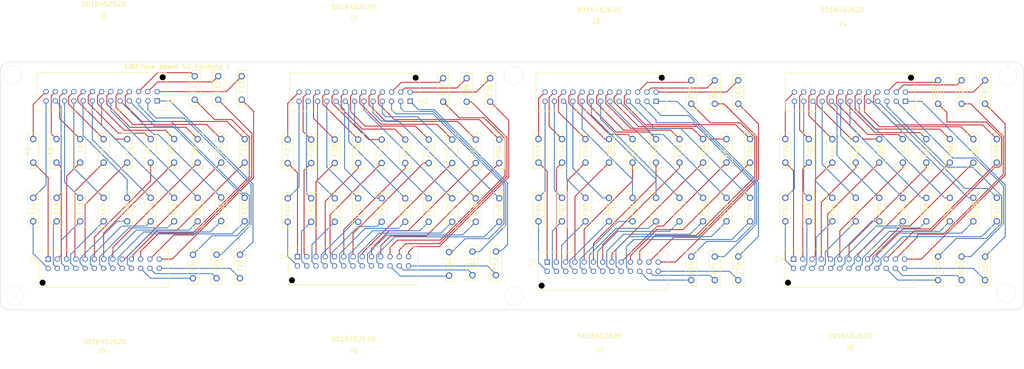
<source format=kicad_pcb>
(kicad_pcb (version 20221018) (generator pcbnew)
  (layers (0 "F.Cu" signal) (31 "B.Cu" signal) (34 "B.Paste" user) (35 "F.Paste" user) (36 "B.SilkS" user "B.Silkscreen") (37 "F.SilkS" user "F.Silkscreen") (38 "B.Mask" user) (39 "F.Mask" user) (44 "Edge.Cuts" user))
  (net 0 "")
  (net 1 "Net-(J8-Pin_23)")
  (net 2 "Net-(J8-Pin_24)")
  (net 3 "Net-(J8-Pin_25)")
  (net 4 "Net-(J8-Pin_26)")
  (net 5 "Net-(J7-Pin_23)")
  (net 6 "Net-(J7-Pin_24)")
  (net 7 "Net-(J7-Pin_25)")
  (net 8 "Net-(J7-Pin_26)")
  (net 9 "Net-(J6-Pin_1)")
  (net 10 "Net-(J6-Pin_23)")
  (net 11 "Net-(J6-Pin_24)")
  (net 12 "Net-(J6-Pin_25)")
  (net 13 "Net-(J6-Pin_26)")
  (net 14 "Net-(J5-Pin_23)")
  (net 15 "Net-(J5-Pin_24)")
  (net 16 "Net-(J5-Pin_25)")
  (net 17 "Net-(J5-Pin_26)")
  (net 18 "Net-(J4-Pin_23)")
  (net 19 "Net-(J4-Pin_24)")
  (net 20 "Net-(J4-Pin_25)")
  (net 21 "Net-(J4-Pin_26)")
  (net 22 "Net-(J3-Pin_23)")
  (net 23 "Net-(J1-Pin_1)")
  (net 24 "Net-(J1-Pin_2)")
  (net 25 "Net-(J1-Pin_3)")
  (net 26 "Net-(J1-Pin_4)")
  (net 27 "Net-(J1-Pin_5)")
  (net 28 "Net-(J1-Pin_6)")
  (net 29 "Net-(J1-Pin_7)")
  (net 30 "Net-(J1-Pin_8)")
  (net 31 "Net-(J1-Pin_9)")
  (net 32 "Net-(J1-Pin_10)")
  (net 33 "Net-(J1-Pin_11)")
  (net 34 "Net-(J1-Pin_12)")
  (net 35 "Net-(J1-Pin_13)")
  (net 36 "Net-(J1-Pin_14)")
  (net 37 "Net-(J1-Pin_15)")
  (net 38 "Net-(J1-Pin_16)")
  (net 39 "Net-(J1-Pin_17)")
  (net 40 "Net-(J1-Pin_18)")
  (net 41 "Net-(J1-Pin_19)")
  (net 42 "Net-(J1-Pin_20)")
  (net 43 "Net-(J1-Pin_21)")
  (net 44 "Net-(J1-Pin_22)")
  (net 45 "Net-(J2-Pin_1)")
  (net 46 "Net-(J2-Pin_2)")
  (net 47 "Net-(J2-Pin_3)")
  (net 48 "Net-(J2-Pin_4)")
  (net 49 "Net-(J2-Pin_5)")
  (net 50 "Net-(J2-Pin_6)")
  (net 51 "Net-(J2-Pin_7)")
  (net 52 "Net-(J2-Pin_8)")
  (net 53 "Net-(J2-Pin_9)")
  (net 54 "Net-(J2-Pin_10)")
  (net 55 "Net-(J2-Pin_11)")
  (net 56 "Net-(J2-Pin_12)")
  (net 57 "Net-(J2-Pin_13)")
  (net 58 "Net-(J2-Pin_14)")
  (net 59 "Net-(J2-Pin_15)")
  (net 60 "Net-(J2-Pin_16)")
  (net 61 "Net-(J2-Pin_17)")
  (net 62 "Net-(J2-Pin_18)")
  (net 63 "Net-(J2-Pin_19)")
  (net 64 "Net-(J2-Pin_20)")
  (net 65 "Net-(J2-Pin_21)")
  (net 66 "Net-(J2-Pin_22)")
  (net 67 "Net-(J3-Pin_1)")
  (net 68 "Net-(J3-Pin_2)")
  (net 69 "Net-(J3-Pin_3)")
  (net 70 "Net-(J3-Pin_4)")
  (net 71 "Net-(J3-Pin_5)")
  (net 72 "Net-(J3-Pin_6)")
  (net 73 "Net-(J3-Pin_7)")
  (net 74 "Net-(J3-Pin_8)")
  (net 75 "Net-(J3-Pin_9)")
  (net 76 "Net-(J3-Pin_10)")
  (net 77 "Net-(J3-Pin_11)")
  (net 78 "Net-(J3-Pin_12)")
  (net 79 "Net-(J3-Pin_13)")
  (net 80 "Net-(J3-Pin_14)")
  (net 81 "Net-(J3-Pin_15)")
  (net 82 "Net-(J3-Pin_16)")
  (net 83 "Net-(J3-Pin_17)")
  (net 84 "Net-(J3-Pin_18)")
  (net 85 "Net-(J3-Pin_19)")
  (net 86 "Net-(J3-Pin_20)")
  (net 87 "Net-(J3-Pin_21)")
  (net 88 "Net-(J3-Pin_22)")
  (net 89 "Net-(J4-Pin_1)")
  (net 90 "Net-(J4-Pin_2)")
  (net 91 "Net-(J4-Pin_3)")
  (net 92 "Net-(J4-Pin_4)")
  (net 93 "Net-(J4-Pin_5)")
  (net 94 "Net-(J4-Pin_6)")
  (net 95 "Net-(J4-Pin_7)")
  (net 96 "Net-(J4-Pin_8)")
  (net 97 "Net-(J4-Pin_9)")
  (net 98 "Net-(J4-Pin_10)")
  (net 99 "Net-(J4-Pin_11)")
  (net 100 "Net-(J4-Pin_12)")
  (net 101 "Net-(J4-Pin_13)")
  (net 102 "Net-(J4-Pin_14)")
  (net 103 "Net-(J4-Pin_15)")
  (net 104 "Net-(J4-Pin_16)")
  (net 105 "Net-(J4-Pin_17)")
  (net 106 "Net-(J4-Pin_18)")
  (net 107 "Net-(J4-Pin_19)")
  (net 108 "Net-(J4-Pin_20)")
  (net 109 "Net-(J4-Pin_21)")
  (net 110 "Net-(J4-Pin_22)")
  (net 111 "Net-(J5-Pin_1)")
  (net 112 "Net-(J5-Pin_2)")
  (net 113 "Net-(J5-Pin_3)")
  (net 114 "Net-(J5-Pin_4)")
  (net 115 "Net-(J5-Pin_5)")
  (net 116 "Net-(J5-Pin_6)")
  (net 117 "Net-(J5-Pin_7)")
  (net 118 "Net-(J5-Pin_8)")
  (net 119 "Net-(J5-Pin_9)")
  (net 120 "Net-(J5-Pin_10)")
  (net 121 "Net-(J5-Pin_11)")
  (net 122 "Net-(J5-Pin_12)")
  (net 123 "Net-(J5-Pin_13)")
  (net 124 "Net-(J5-Pin_14)")
  (net 125 "Net-(J5-Pin_15)")
  (net 126 "Net-(J5-Pin_16)")
  (net 127 "Net-(J5-Pin_17)")
  (net 128 "Net-(J5-Pin_18)")
  (net 129 "Net-(J5-Pin_19)")
  (net 130 "Net-(J5-Pin_20)")
  (net 131 "Net-(J5-Pin_21)")
  (net 132 "Net-(J5-Pin_22)")
  (net 133 "Net-(J6-Pin_2)")
  (net 134 "Net-(J6-Pin_3)")
  (net 135 "Net-(J6-Pin_4)")
  (net 136 "Net-(J6-Pin_5)")
  (net 137 "Net-(J6-Pin_6)")
  (net 138 "Net-(J6-Pin_7)")
  (net 139 "Net-(J6-Pin_8)")
  (net 140 "Net-(J6-Pin_9)")
  (net 141 "Net-(J6-Pin_10)")
  (net 142 "Net-(J6-Pin_11)")
  (net 143 "Net-(J6-Pin_12)")
  (net 144 "Net-(J6-Pin_13)")
  (net 145 "Net-(J6-Pin_14)")
  (net 146 "Net-(J6-Pin_15)")
  (net 147 "Net-(J6-Pin_16)")
  (net 148 "Net-(J6-Pin_17)")
  (net 149 "Net-(J6-Pin_18)")
  (net 150 "Net-(J6-Pin_19)")
  (net 151 "Net-(J6-Pin_20)")
  (net 152 "Net-(J6-Pin_21)")
  (net 153 "Net-(J6-Pin_22)")
  (net 154 "Net-(J7-Pin_1)")
  (net 155 "Net-(J7-Pin_2)")
  (net 156 "Net-(J7-Pin_3)")
  (net 157 "Net-(J7-Pin_4)")
  (net 158 "Net-(J7-Pin_5)")
  (net 159 "Net-(J7-Pin_6)")
  (net 160 "Net-(J7-Pin_7)")
  (net 161 "Net-(J7-Pin_8)")
  (net 162 "Net-(J7-Pin_9)")
  (net 163 "Net-(J7-Pin_10)")
  (net 164 "Net-(J7-Pin_11)")
  (net 165 "Net-(J7-Pin_12)")
  (net 166 "Net-(J7-Pin_13)")
  (net 167 "Net-(J7-Pin_14)")
  (net 168 "Net-(J7-Pin_15)")
  (net 169 "Net-(J7-Pin_16)")
  (net 170 "Net-(J7-Pin_17)")
  (net 171 "Net-(J7-Pin_18)")
  (net 172 "Net-(J7-Pin_19)")
  (net 173 "Net-(J7-Pin_20)")
  (net 174 "Net-(J7-Pin_21)")
  (net 175 "Net-(J7-Pin_22)")
  (net 176 "Net-(J8-Pin_1)")
  (net 177 "Net-(J8-Pin_2)")
  (net 178 "Net-(J8-Pin_3)")
  (net 179 "Net-(J8-Pin_4)")
  (net 180 "Net-(J8-Pin_5)")
  (net 181 "Net-(J8-Pin_6)")
  (net 182 "Net-(J8-Pin_7)")
  (net 183 "Net-(J8-Pin_8)")
  (net 184 "Net-(J8-Pin_9)")
  (net 185 "Net-(J8-Pin_10)")
  (net 186 "Net-(J8-Pin_11)")
  (net 187 "Net-(J8-Pin_12)")
  (net 188 "Net-(J8-Pin_13)")
  (net 189 "Net-(J8-Pin_14)")
  (net 190 "Net-(J8-Pin_15)")
  (net 191 "Net-(J8-Pin_16)")
  (net 192 "Net-(J8-Pin_17)")
  (net 193 "Net-(J8-Pin_18)")
  (net 194 "Net-(J8-Pin_19)")
  (net 195 "Net-(J8-Pin_20)")
  (net 196 "Net-(J8-Pin_21)")
  (net 197 "Net-(J8-Pin_22)")
  (net 198 "Net-(J3-Pin_24)")
  (net 199 "Net-(J3-Pin_25)")
  (net 200 "Net-(J3-Pin_26)")
  (net 201 "Net-(J2-Pin_23)")
  (net 202 "Net-(J2-Pin_24)")
  (net 203 "Net-(J2-Pin_25)")
  (net 204 "Net-(J2-Pin_26)")
  (net 205 "Net-(J1-Pin_23)")
  (net 206 "Net-(J1-Pin_24)")
  (net 207 "Net-(J1-Pin_25)")
  (net 208 "Net-(J1-Pin_26)")
  (footprint "BK_PCS:FUSE_BK_PCS" (layer "F.Cu") (at 200.152 66.548 -90)
    (fp_text reference "F65")
    (fp_text value "Fuse")
  )
  (footprint "BK_PCS:FUSE_BK_PCS" (layer "F.Cu") (at 156.972 79.248 -90)
    (fp_text reference "F53")
    (fp_text value "Fuse")
  )
  (footprint "BK_PCS:FUSE_BK_PCS" (layer "F.Cu") (at 133.2484 79.3496 -90)
    (fp_text reference "F33")
    (fp_text value "Fuse")
  )
  (footprint "BK_PCS:FUSE_BK_PCS" (layer "F.Cu") (at 250.952 79.248 -90)
    (fp_text reference "F87")
    (fp_text value "Fuse" hide)
  )
  (footprint "BK_PCS:FUSE_BK_PCS" (layer "F.Cu") (at 82.677 65.659 -90)
    (fp_text reference "F11")
    (fp_text value "Fuse" hide)
  )
  (footprint "BK_PCS:FUSE_BK_PCS" (layer "F.Cu") (at 215.392 79.248 -90)
    (fp_text reference "F80")
    (fp_text value "Fuse" hide)
  )
  (footprint "BK_PCS:FUSE_BK_PCS" (layer "F.Cu") (at 215.392 91.948 -90)
    (fp_text reference "F93")
    (fp_text value "Fuse")
  )
  (footprint "BK_PCS:FUSE_BK_PCS" (layer "F.Cu") (at 73.152 91.948 -90)
    (fp_text reference "F19")
    (fp_text value "Fuse" hide)
  )
  (footprint "BK_PCS:FUSE_BK_PCS" (layer "F.Cu") (at 253.492 66.548 -90)
    (fp_text reference "F91")
    (fp_text value "Fuse")
  )
  (footprint "BK_PCS:FUSE_BK_PCS" (layer "F.Cu") (at 243.332 66.548 -90)
    (fp_text reference "F89")
    (fp_text value "Fuse")
  )
  (footprint "BK_PCS:FUSE_BK_PCS" (layer "F.Cu") (at 128.1684 92.0496 -90)
    (fp_text reference "F45")
    (fp_text value "Fuse")
  )
  (footprint "BK_PCS:FUSE_BK_PCS" (layer "F.Cu") (at 220.472 91.948 -90)
    (fp_text reference "F94")
    (fp_text value "Fuse")
  )
  (footprint "Connector_Molex:CON_5016452620_MOL" (layer "F.Cu") (at 236.281999 68.548001 180)
    (fp_text reference "J4")
    (fp_text value "Conn_02x13_Top_Bottom")
  )
  (footprint "BK_PCS:FUSE_BK_PCS" (layer "F.Cu") (at 197.612 79.248 -90)
    (fp_text reference "F61")
    (fp_text value "Fuse")
  )
  (footprint "BK_PCS:FUSE_BK_PCS" (layer "F.Cu") (at 68.072 91.948 -90)
    (fp_text reference "F18")
    (fp_text value "Fuse" hide)
  )
  (footprint "BK_PCS:FUSE_BK_PCS" (layer "F.Cu") (at 93.472 79.248 -90)
    (fp_text reference "F10")
    (fp_text value "Fuse" hide)
  )
  (footprint "BK_PCS:FUSE_BK_PCS" (layer "F.Cu") (at 172.212 79.248 -90)
    (fp_text reference "F56")
    (fp_text value "Fuse")
  )
  (footprint "BK_PCS:FUSE_BK_PCS" (layer "F.Cu") (at 230.632 91.948 -90)
    (fp_text reference "F96")
    (fp_text value "Fuse")
  )
  (footprint "BK_PCS:FUSE_BK_PCS" (layer "F.Cu") (at 47.7774 79.248 -90)
    (fp_text reference "F1")
    (fp_text value "Fuse")
  )
  (footprint "BK_PCS:FUSE_BK_PCS" (layer "F.Cu") (at 52.832 91.948 -90)
    (fp_text reference "F15")
    (fp_text value "Fuse" hide)
  )
  (footprint "BK_PCS:FUSE_BK_PCS" (layer "F.Cu") (at 47.752 91.948 -90)
    (fp_text reference "F14")
    (fp_text value "Fuse" hide)
  )
  (footprint "BK_PCS:FUSE_BK_PCS" (layer "F.Cu") (at 253.492 104.648 -90)
    (fp_text reference "F104")
    (fp_text value "Fuse" hide)
  )
  (footprint "BK_PCS:FUSE_BK_PCS" (layer "F.Cu") (at 210.312 79.248 -90)
    (fp_text reference "F79")
    (fp_text value "Fuse" hide)
  )
  (footprint "BK_PCS:FUSE_BK_PCS" (layer "F.Cu") (at 248.412 104.648 -90)
    (fp_text reference "F103")
    (fp_text value "Fuse" hide)
  )
  (footprint "BK_PCS:FUSE_BK_PCS" (layer "F.Cu") (at 162.052 79.248 -90)
    (fp_text reference "F54")
    (fp_text value "Fuse")
  )
  (footprint "BK_PCS:FUSE_BK_PCS" (layer "F.Cu") (at 73.152 79.248 -90)
    (fp_text reference "F6")
    (fp_text value "Fuse" hide)
  )
  (footprint "BK_PCS:FUSE_BK_PCS" (layer "F.Cu") (at 248.412 66.548 -90)
    (fp_text reference "F90")
    (fp_text value "Fuse")
  )
  (footprint "BK_PCS:FUSE_BK_PCS" (layer "F.Cu") (at 123.0884 92.0496 -90)
    (fp_text reference "F44")
    (fp_text value "Fuse" hide)
  )
  (footprint "BK_PCS:FUSE_BK_PCS" (layer "F.Cu") (at 235.712 91.948 -90)
    (fp_text reference "F97")
    (fp_text value "Fuse")
  )
  (footprint "BK_PCS:FUSE_BK_PCS" (layer "F.Cu") (at 210.312 91.948 -90)
    (fp_text reference "F92")
    (fp_text value "Fuse")
  )
  (footprint "BK_PCS:FUSE_BK_PCS" (layer "F.Cu") (at 256.032 79.248 -90)
    (fp_text reference "F88")
    (fp_text value "Fuse" hide)
  )
  (footprint "BK_PCS:FUSE_BK_PCS" (layer "F.Cu") (at 102.7684 92.0496 -90)
    (fp_text reference "F40")
    (fp_text value "Fuse" hide)
  )
  (footprint "BK_PCS:FUSE_BK_PCS" (layer "F.Cu") (at 162.052 91.948 -90)
    (fp_text reference "F67")
    (fp_text value "Fuse")
  )
  (footprint "BK_PCS:FUSE_BK_PCS" (layer "F.Cu") (at 141.4526 66.0908 -90)
    (fp_text reference "F38")
    (fp_text value "Fuse" hide)
  )
  (footprint "BK_PCS:FUSE_BK_PCS" (layer "F.Cu") (at 133.2484 92.0496 -90)
    (fp_text reference "F46")
    (fp_text value "Fuse")
  )
  (footprint "BK_PCS:FUSE_BK_PCS" (layer "F.Cu") (at 88.392 91.8718 -90)
    (fp_text reference "F22")
    (fp_text value "Fuse" hide)
  )
  (footprint "BK_PCS:FUSE_BK_PCS" (layer "F.Cu") (at 225.552 91.948 -90)
    (fp_text reference "F95")
    (fp_text value "Fuse")
  )
  (footprint "BK_PCS:FUSE_BK_PCS" (layer "F.Cu") (at 195.072 104.648 -90)
    (fp_text reference "F77")
    (fp_text value "Fuse" hide)
  )
  (footprint "BK_PCS:FUSE_BK_PCS" (layer "F.Cu") (at 82.296 104.2416 -90)
    (fp_text reference "F24")
    (fp_text value "Fuse")
  )
  (footprint "Connector_Molex:CON_5016452620_MOL" (layer "F.Cu") (at 212.091999 102.647999)
    (fp_text reference "J8")
    (fp_text value "Conn_02x13_Top_Bottom")
  )
  (footprint "BK_PCS:FUSE_BK_PCS" (layer "F.Cu") (at 107.8484 79.3496 -90)
    (fp_text reference "F28")
    (fp_text value "Fuse")
  )
  (footprint "BK_PCS:FUSE_BK_PCS" (layer "F.Cu") (at 177.292 91.948 -90)
    (fp_text reference "F70")
    (fp_text value "Fuse" hide)
  )
  (footprint "Connector_Molex:CON_5016452620_MOL" (layer "F.Cu") (at 104.8842 102.114599)
    (fp_text reference "J6")
    (fp_text value "Conn_02x13_Top_Bottom")
  )
  (footprint "BK_PCS:FUSE_BK_PCS" (layer "F.Cu") (at 128.1684 79.3496 -90)
    (fp_text reference "F32")
    (fp_text value "Fuse")
  )
  (footprint "BK_PCS:FUSE_BK_PCS" (layer "F.Cu") (at 167.132 91.948 -90)
    (fp_text reference "F68")
    (fp_text value "Fuse" hide)
  )
  (footprint "BK_PCS:FUSE_BK_PCS" (layer "F.Cu") (at 167.132 79.248 -90)
    (fp_text reference "F55")
    (fp_text value "Fuse")
  )
  (footprint "BK_PCS:FUSE_BK_PCS" (layer "F.Cu") (at 148.4884 92.0496 -90)
    (fp_text reference "F49")
    (fp_text value "Fuse")
  )
  (footprint "BK_PCS:FUSE_BK_PCS" (layer "F.Cu") (at 112.9284 79.3496 -90)
    (fp_text reference "F29")
    (fp_text value "Fuse")
  )
  (footprint "BK_PCS:FUSE_BK_PCS" (layer "F.Cu") (at 92.456 104.2416 -90)
    (fp_text reference "F26")
    (fp_text value "Fuse")
  )
  (footprint "BK_PCS:FUSE_BK_PCS" (layer "F.Cu") (at 187.452 79.248 -90)
    (fp_text reference "F59")
    (fp_text value "Fuse")
  )
  (footprint "Connector_Molex:CON_5016452620_MOL" (layer "F.Cu") (at 50.992001 102.647999)
    (fp_text reference "J5")
    (fp_text value "Conn_02x13_Top_Bottom")
  )
  (footprint "BK_PCS:FUSE_BK_PCS" (layer "F.Cu") (at 137.6426 103.67 -90)
    (fp_text reference "F50")
    (fp_text value "Fuse")
  )
  (footprint "BK_PCS:FUSE_BK_PCS" (layer "F.Cu") (at 189.992 104.648 -90)
    (fp_text reference "F76")
    (fp_text value "Fuse" hide)
  )
  (footprint "BK_PCS:FUSE_BK_PCS" (layer "F.Cu") (at 197.612 91.948 -90)
    (fp_text reference "F74")
    (fp_text value "Fuse" hide)
  )
  (footprint "BK_PCS:FUSE_BK_PCS" (layer "F.Cu") (at 177.292 79.248 -90)
    (fp_text reference "F57")
    (fp_text value "Fuse")
  )
  (footprint "BK_PCS:FUSE_BK_PCS" (layer "F.Cu") (at 189.992 66.548 -90)
    (fp_text reference "F63")
    (fp_text value "Fuse")
  )
  (footprint "BK_PCS:FUSE_BK_PCS" (layer "F.Cu") (at 118.0084 92.0496 -90)
    (fp_text reference "F43")
    (fp_text value "Fuse" hide)
  )
  (footprint "BK_PCS:FUSE_BK_PCS" (layer "F.Cu") (at 182.372 79.248 -90)
    (fp_text reference "F58")
    (fp_text value "Fuse")
  )
  (footprint "BK_PCS:FUSE_BK_PCS" (layer "F.Cu") (at 83.312 79.248 -90)
    (fp_text reference "F8")
    (fp_text value "Fuse" hide)
  )
  (footprint "BK_PCS:FUSE_BK_PCS" (layer "F.Cu") (at 225.552 79.248 -90)
    (fp_text reference "F82")
    (fp_text value "Fuse" hide)
  )
  (footprint "BK_PCS:FUSE_BK_PCS" (layer "F.Cu") (at 240.792 79.248 -90)
    (fp_text reference "F85")
    (fp_text value "Fuse" hide)
  )
  (footprint "BK_PCS:FUSE_BK_PCS" (layer "F.Cu") (at 52.8066 79.248 -90)
    (fp_text reference "F2")
    (fp_text value "Fuse")
  )
  (footprint "BK_PCS:FUSE_BK_PCS" (layer "F.Cu") (at 112.9284 92.0496 -90)
    (fp_text reference "F42")
    (fp_text value "Fuse" hide)
  )
  (footprint "BK_PCS:FUSE_BK_PCS" (layer "F.Cu") (at 138.3284 92.0496 -90)
    (fp_text reference "F47")
    (fp_text value "Fuse")
  )
  (footprint "BK_PCS:FUSE_BK_PCS" (layer "F.Cu") (at 102.7684 79.3496 -90)
    (fp_text reference "F27")
    (fp_text value "Fuse")
  )
  (footprint "BK_PCS:FUSE_BK_PCS" (layer "F.Cu") (at 62.992 79.248 -90)
    (fp_text reference "F4")
    (fp_text value "Fuse")
  )
  (footprint "BK_PCS:FUSE_BK_PCS" (layer "F.Cu") (at 87.376 104.2416 -90)
    (fp_text reference "F25")
    (fp_text value "Fuse")
  )
  (footprint "BK_PCS:FUSE_BK_PCS" (layer "F.Cu") (at 118.0084 79.3496 -90)
    (fp_text reference "F30")
    (fp_text value "Fuse")
  )
  (footprint "BK_PCS:FUSE_BK_PCS" (layer "F.Cu") (at 250.952 91.948 -90)
    (fp_text reference "F100")
    (fp_text value "Fuse")
  )
  (footprint "Connector_Molex:CON_5016452620_MOL" (layer "F.Cu") (at 74.547001 68.453 180)
    (fp_text reference "J1")
    (fp_text value "Conn_02x13_Top_Bottom")
  )
  (footprint "BK_PCS:FUSE_BK_PCS" (layer "F.Cu") (at 143.4084 79.3496 -90)
    (fp_text reference "F35")
    (fp_text value "Fuse" hide)
  )
  (footprint "BK_PCS:FUSE_BK_PCS" (layer "F.Cu") (at 138.3284 79.3496 -90)
    (fp_text reference "F34")
    (fp_text value "Fuse")
  )
  (footprint "BK_PCS:FUSE_BK_PCS" (layer "F.Cu") (at 245.872 91.948 -90)
    (fp_text reference "F99")
    (fp_text value "Fuse")
  )
  (footprint "BK_PCS:FUSE_BK_PCS" (layer "F.Cu") (at 107.8484 92.0496 -90)
    (fp_text reference "F41")
    (fp_text value "Fuse" hide)
  )
  (footprint "BK_PCS:FUSE_BK_PCS" (layer "F.Cu") (at 142.69 103.58 -90)
    (fp_text reference "F51")
    (fp_text value "Fuse")
  )
  (footprint "Connector_Molex:CON_5016452620_MOL" (layer "F.Cu") (at 129.222 68.548001 180)
    (fp_text reference "J2")
    (fp_text value "Conn_02x13_Top_Bottom")
  )
  (footprint "BK_PCS:FUSE_BK_PCS" (layer "F.Cu") (at 136.3726 66.0908 -90)
    (fp_text reference "F37")
    (fp_text value "Fuse" hide)
  )
  (footprint "BK_PCS:FUSE_BK_PCS" (layer "F.Cu") (at 83.312 91.948 -90)
    (fp_text reference "F21")
    (fp_text value "Fuse" hide)
  )
  (footprint "BK_PCS:FUSE_BK_PCS" (layer "F.Cu") (at 123.0884 79.3496 -90)
    (fp_text reference "F31")
    (fp_text value "Fuse")
  )
  (footprint "BK_PCS:FUSE_BK_PCS" (layer "F.Cu") (at 172.212 91.948 -90)
    (fp_text reference "F69")
    (fp_text value "Fuse" hide)
  )
  (footprint "BK_PCS:FUSE_BK_PCS" (layer "F.Cu") (at 195.072 66.548 -90)
    (fp_text reference "F64")
    (fp_text value "Fuse")
  )
  (footprint "BK_PCS:FUSE_BK_PCS" (layer "F.Cu") (at 200.152 104.648 -90)
    (fp_text reference "F78")
    (fp_text value "Fuse")
  )
  (footprint "BK_PCS:FUSE_BK_PCS" (layer "F.Cu") (at 192.532 91.948 -90)
    (fp_text reference "F73")
    (fp_text value "Fuse" hide)
  )
  (footprint "BK_PCS:FUSE_BK_PCS" (layer "F.Cu") (at 187.452 91.948 -90)
    (fp_text reference "F72")
    (fp_text value "Fuse" hide)
  )
  (footprint "BK_PCS:FUSE_BK_PCS" (layer "F.Cu") (at 256.032 91.948 -90)
    (fp_text reference "F101")
    (fp_text value "Fuse" hide)
  )
  (footprint "BK_PCS:FUSE_BK_PCS" (layer "F.Cu") (at 148.4884 79.3496 -90)
    (fp_text reference "F36")
    (fp_text value "Fuse" hide)
  )
  (footprint "BK_PCS:FUSE_BK_PCS" (layer "F.Cu") (at 245.872 79.248 -90)
    (fp_text reference "F86")
    (fp_text value "Fuse" hide)
  )
  (footprint "BK_PCS:FUSE_BK_PCS" (layer "F.Cu") (at 156.972 91.948 -90)
    (fp_text reference "F66")
    (fp_text value "Fuse")
  )
  (footprint "BK_PCS:FUSE_BK_PCS" (layer "F.Cu") (at 192.532 79.248 -90)
    (fp_text reference "F60")
    (fp_text value "Fuse")
  )
  (footprint "BK_PCS:FUSE_BK_PCS" (layer "F.Cu") (at 202.692 79.248 -90)
    (fp_text reference "F62")
    (fp_text value "Fuse")
  )
  (footprint "BK_PCS:FUSE_BK_PCS" (layer "F.Cu") (at 147.77 103.57 -90)
    (fp_text reference "F52")
    (fp_text value "Fuse")
  )
  (footprint "BK_PCS:FUSE_BK_PCS" (layer "F.Cu") (at 68.072 79.248 -90)
    (fp_text reference "F5")
    (fp_text value "Fuse" hide)
  )
  (footprint "BK_PCS:FUSE_BK_PCS" (layer "F.Cu") (at 202.692 91.948 -90)
    (fp_text reference "F75")
    (fp_text value "Fuse" hide)
  )
  (footprint "BK_PCS:FUSE_BK_PCS" (layer "F.Cu") (at 92.837 65.659 -90)
    (fp_text reference "F13")
    (fp_text value "Fuse" hide)
  )
  (footprint "Connector_Molex:CON_5016452620_MOL" (layer "F.Cu") (at 158.847 103.282999)
    (fp_text reference "J7")
    (fp_text value "Conn_02x13_Top_Bottom")
  )
  (footprint "BK_PCS:FUSE_BK_PCS" (layer "F.Cu") (at 78.232 79.248 -90)
    (fp_text reference "F7")
    (fp_text value "Fuse" hide)
  )
  (footprint "BK_PCS:FUSE_BK_PCS" (layer "F.Cu") (at 57.912 91.948 -90)
    (fp_text reference "F16")
    (fp_text value "Fuse" hide)
  )
  (footprint "Connector_Molex:CON_5016452620_MOL" (layer "F.Cu") (at 182.402 68.548001 180)
    (fp_text reference "J3")
    (fp_text value "Conn_02x13_Top_Bottom")
  )
  (footprint "BK_PCS:FUSE_BK_PCS" (layer "F.Cu") (at 88.392 79.248 -90)
    (fp_text reference "F9")
    (fp_text value "Fuse" hide)
  )
  (footprint "BK_PCS:FUSE_BK_PCS" (layer "F.Cu") (at 220.472 79.248 -90)
    (fp_text reference "F81")
    (fp_text value "Fuse" hide)
  )
  (footprint "BK_PCS:FUSE_BK_PCS" (layer "F.Cu") (at 57.912 79.248 -90)
    (fp_text reference "F3")
    (fp_text value "Fuse")
  )
  (footprint "BK_PCS:FUSE_BK_PCS" (layer "F.Cu") (at 62.992 91.948 -90)
    (fp_text reference "F17")
    (fp_text value "Fuse" hide)
  )
  (footprint "BK_PCS:FUSE_BK_PCS" (layer "F.Cu") (at 146.5326 66.0908 -90)
    (fp_text reference "F39")
    (fp_text value "Fuse" hide)
  )
  (footprint "BK_PCS:FUSE_BK_PCS" (layer "F.Cu") (at 87.757 65.659 -90)
    (fp_text reference "F12")
    (fp_text value "Fuse" hide)
  )
  (footprint "BK_PCS:FUSE_BK_PCS" (layer "F.Cu") (at 143.4084 92.0496 -90)
    (fp_text reference "F48")
    (fp_text value "Fuse")
  )
  (footprint "BK_PCS:FUSE_BK_PCS" (layer "F.Cu") (at 240.792 91.948 -90)
    (fp_text reference "F98")
    (fp_text value "Fuse")
  )
  (footprint "BK_PCS:FUSE_BK_PCS" (layer "F.Cu") (at 182.372 91.948 -90)
    (fp_text reference "F71")
    (fp_text value "Fuse" hide)
  )
  (footprint "BK_PCS:FUSE_BK_PCS" (layer "F.Cu") (at 230.632 79.248 -90)
    (fp_text reference "F83")
    (fp_text value "Fuse" hide)
  )
  (footprint "BK_PCS:FUSE_BK_PCS" (layer "F.Cu") (at 243.332 104.648 -90)
    (fp_text reference "F102")
    (fp_text value "Fuse" hide)
  )
  (footprint "BK_PCS:FUSE_BK_PCS" (layer "F.Cu") (at 235.712 79.248 -90)
    (fp_text reference "F84")
    (fp_text value "Fuse" hide)
  )
  (footprint "BK_PCS:FUSE_BK_PCS" (layer "F.Cu") (at 78.232 91.948 -90)
    (fp_text reference "F20")
    (fp_text value "Fuse" hide)
  )
  (footprint "BK_PCS:FUSE_BK_PCS" (layer "F.Cu") (at 93.472 91.948 -90)
    (fp_text reference "F23")
    (fp_text value "Fuse")
  )
  (gr_arc (start 261.874 111.5895) (mid 261.278841 113.026341) (end 259.842 113.6215) (stroke (width 0.1)) (layer "Edge.Cuts"))
  (gr_line (start 261.874 62.0595) (end 261.874 111.5895) (stroke (width 0.1)) (layer "Edge.Cuts"))
  (gr_arc (start 40.64 62.0595) (mid 41.235159 60.622659) (end 42.672 60.0275) (stroke (width 0.1)) (layer "Edge.Cuts"))
  (gr_arc (start 42.672 113.6215) (mid 41.235159 113.026341) (end 40.64 111.5895) (stroke (width 0.1)) (layer "Edge.Cuts"))
  (gr_circle (center 151.63 110.6) (end 153.63 110.6) (stroke (width 0.05)) (fill none) (layer "Edge.Cuts"))
  (gr_line (start 259.842 113.6215) (end 42.672 113.6215) (stroke (width 0.1)) (layer "Edge.Cuts"))
  (gr_line (start 42.672 60.0275) (end 259.842 60.0275) (stroke (width 0.1)) (layer "Edge.Cuts"))
  (gr_circle (center 258.445 63.246) (end 260.445 63.246) (stroke (width 0.05)) (fill none) (layer "Edge.Cuts"))
  (gr_arc (start 259.842 60.0275) (mid 261.278841 60.622659) (end 261.874 62.0595) (stroke (width 0.1)) (layer "Edge.Cuts"))
  (gr_circle (center 43.32 62.79) (end 45.32 62.79) (stroke (width 0.05)) (fill none) (layer "Edge.Cuts"))
  (gr_line (start 40.64 111.5895) (end 40.64 62.0595) (stroke (width 0.1)) (layer "Edge.Cuts"))
  (gr_circle (center 258.064 109.982) (end 260.064 109.982) (stroke (width 0.05)) (fill none) (layer "Edge.Cuts"))
  (gr_circle (center 43.75 110.53) (end 45.75 110.53) (stroke (width 0.05)) (fill none) (layer "Edge.Cuts"))
  (gr_circle (center 151.59 62.95) (end 153.59 62.95) (stroke (width 0.05)) (fill none) (layer "Edge.Cuts"))
  (gr_text "100 fuse board SC Formula E " (at 67.31 61.595) (layer "F.SilkS") (effects (font (size 1 1) (thickness 0.2) bold) (justify left bottom)))
  (segment (start 235.712562 97.79) (end 252.73 97.79) (width 0.2) (layer "B.Cu") (net 1))
  (segment (start 230.966999 103.773) (end 230.966999 102.535563) (width 0.2) (layer "B.Cu") (net 1))
  (segment (start 252.73 97.79) (end 256.032 94.488) (width 0.2) (layer "B.Cu") (net 1))
  (segment (start 230.091999 104.648) (end 230.966999 103.773) (width 0.2) (layer "B.Cu") (net 1))
  (segment (start 230.966999 102.535563) (end 235.712562 97.79) (width 0.2) (layer "B.Cu") (net 1))
  (segment (start 232.092 104.648) (end 234.632 107.188) (width 0.2) (layer "B.Cu") (net 2))
  (segment (start 234.632 107.188) (end 243.332 107.188) (width 0.2) (layer "B.Cu") (net 2))
  (segment (start 235.633498 106.1895) (end 247.4135 106.1895) (width 0.2) (layer "B.Cu") (net 3))
  (segment (start 247.4135 106.1895) (end 248.412 107.188) (width 0.2) (layer "B.Cu") (net 3))
  (segment (start 234.091998 104.648) (end 235.633498 106.1895) (width 0.2) (layer "B.Cu") (net 3))
  (segment (start 236.091999 104.648) (end 250.952 104.648) (width 0.2) (layer "B.Cu") (net 4))
  (segment (start 250.952 104.648) (end 253.492 107.188) (width 0.2) (layer "B.Cu") (net 4))
  (segment (start 175.972 99.999) (end 175.972 104.408) (width 0.2) (layer "B.Cu") (net 5))
  (segment (start 175.972 104.408) (end 176.847 105.283) (width 0.2) (layer "B.Cu") (net 5))
  (segment (start 202.692 94.488) (end 198.755 98.425) (width 0.2) (layer "B.Cu") (net 5))
  (segment (start 177.546 98.425) (end 175.972 99.999) (width 0.2) (layer "B.Cu") (net 5))
  (segment (start 198.755 98.425) (end 177.546 98.425) (width 0.2) (layer "B.Cu") (net 5))
  (segment (start 180.752001 107.188) (end 189.992 107.188) (width 0.2) (layer "B.Cu") (net 6))
  (segment (start 178.847001 105.283) (end 180.752001 107.188) (width 0.2) (layer "B.Cu") (net 6))
  (segment (start 194.042 106.158) (end 195.072 107.188) (width 0.2) (layer "B.Cu") (net 7))
  (segment (start 180.846999 105.283) (end 181.721999 106.158) (width 0.2) (layer "B.Cu") (net 7))
  (segment (start 181.721999 106.158) (end 194.042 106.158) (width 0.2) (layer "B.Cu") (net 7))
  (segment (start 182.847 105.283) (end 198.247 105.283) (width 0.2) (layer "B.Cu") (net 8))
  (segment (start 198.247 105.283) (end 200.152 107.188) (width 0.2) (layer "B.Cu") (net 8))
  (segment (start 104.8842 102.114599) (end 104.8842 84.0054) (width 0.2) (layer "F.Cu") (net 9))
  (segment (start 104.8842 84.0054) (end 102.7684 81.8896) (width 0.2) (layer "F.Cu") (net 9))
  (segment (start 122.0092 103.2396) (end 122.0092 101.752162) (width 0.2) (layer "B.Cu") (net 10))
  (segment (start 122.0092 101.752162) (end 125.933362 97.828) (width 0.2) (layer "B.Cu") (net 10))
  (segment (start 125.933362 97.828) (end 145.25 97.828) (width 0.2) (layer "B.Cu") (net 10))
  (segment (start 122.8842 104.1146) (end 122.0092 103.2396) (width 0.2) (layer "B.Cu") (net 10))
  (segment (start 145.25 97.828) (end 148.4884 94.5896) (width 0.2) (layer "B.Cu") (net 10))
  (segment (start 137.1556 106.32) (end 137.6426 106.807) (width 0.2) (layer "B.Cu") (net 11))
  (segment (start 127.089601 106.32) (end 137.1556 106.32) (width 0.2) (layer "B.Cu") (net 11))
  (segment (start 124.884201 104.1146) (end 127.089601 106.32) (width 0.2) (layer "B.Cu") (net 11))
  (segment (start 141.7996 104.9896) (end 142.7226 105.9126) (width 0.2) (layer "B.Cu") (net 12))
  (segment (start 127.759199 104.9896) (end 141.7996 104.9896) (width 0.2) (layer "B.Cu") (net 12))
  (segment (start 126.884199 104.1146) (end 127.759199 104.9896) (width 0.2) (layer "B.Cu") (net 12))
  (segment (start 145.9446 104.1146) (end 147.8026 105.9726) (width 0.2) (layer "B.Cu") (net 13))
  (segment (start 128.8842 104.1146) (end 145.9446 104.1146) (width 0.2) (layer "B.Cu") (net 13))
  (segment (start 68.992001 104.648) (end 68.117001 103.773) (width 0.2) (layer "B.Cu") (net 14))
  (segment (start 90.767 97.193) (end 93.472 94.488) (width 0.2) (layer "B.Cu") (net 14))
  (segment (start 68.117001 103.773) (end 68.117001 102.062999) (width 0.2) (layer "B.Cu") (net 14))
  (segment (start 72.987 97.193) (end 90.767 97.193) (width 0.2) (layer "B.Cu") (net 14))
  (segment (start 68.117001 102.062999) (end 72.987 97.193) (width 0.2) (layer "B.Cu") (net 14))
  (segment (start 70.992002 104.648) (end 73.125602 106.7816) (width 0.2) (layer "B.Cu") (net 15))
  (segment (start 73.125602 106.7816) (end 82.296 106.7816) (width 0.2) (layer "B.Cu") (net 15))
  (segment (start 72.992 104.648) (end 74.1271 105.7831) (width 0.2) (layer "B.Cu") (net 16))
  (segment (start 74.1271 105.7831) (end 86.3775 105.7831) (width 0.2) (layer "B.Cu") (net 16))
  (segment (start 86.3775 105.7831) (end 87.376 106.7816) (width 0.2) (layer "B.Cu") (net 16))
  (segment (start 74.992001 104.648) (end 90.3224 104.648) (width 0.2) (layer "B.Cu") (net 17))
  (segment (start 90.3224 104.648) (end 92.456 106.7816) (width 0.2) (layer "B.Cu") (net 17))
  (segment (start 217.156998 69.300826) (end 224.564172 76.708) (width 0.2) (layer "F.Cu") (net 18))
  (segment (start 217.156998 67.673001) (end 217.156998 69.300826) (width 0.2) (layer "F.Cu") (net 18))
  (segment (start 218.281999 66.548) (end 217.156998 67.673001) (width 0.2) (layer "F.Cu") (net 18))
  (segment (start 224.564172 76.708) (end 225.552 76.708) (width 0.2) (layer "F.Cu") (net 18))
  (segment (start 215.406998 71.642998) (end 215.406998 67.423) (width 0.2) (layer "F.Cu") (net 19))
  (segment (start 215.406998 67.423) (end 216.281998 66.548) (width 0.2) (layer "F.Cu") (net 19))
  (segment (start 220.472 76.708) (end 215.406998 71.642998) (width 0.2) (layer "F.Cu") (net 19))
  (segment (start 215.392 76.708) (end 213.407 74.723) (width 0.2) (layer "F.Cu") (net 20))
  (segment (start 213.407 74.723) (end 213.407 67.423) (width 0.2) (layer "F.Cu") (net 20))
  (segment (start 213.407 67.423) (end 214.282 66.548) (width 0.2) (layer "F.Cu") (net 20))
  (segment (start 210.312 76.708) (end 210.312 68.517999) (width 0.2) (layer "F.Cu") (net 21))
  (segment (start 210.312 68.517999) (end 212.281999 66.548) (width 0.2) (layer "F.Cu") (net 21))
  (segment (start 163.527 68.912) (end 171.323 76.708) (width 0.2) (layer "F.Cu") (net 22))
  (segment (start 171.323 76.708) (end 172.212 76.708) (width 0.2) (layer "F.Cu") (net 22))
  (segment (start 164.402 66.548) (end 163.527 67.423) (width 0.2) (layer "F.Cu") (net 22))
  (segment (start 163.527 67.423) (end 163.527 68.912) (width 0.2) (layer "F.Cu") (net 22))
  (segment (start 77.343 68.453) (end 74.547001 68.453) (width 0.2) (layer "B.Cu") (net 23))
  (segment (start 95.2705 98.8871) (end 95.2705 86.3805) (width 0.2) (layer "B.Cu") (net 23))
  (segment (start 92.456 101.7016) (end 95.2705 98.8871) (width 0.2) (layer "B.Cu") (net 23))
  (segment (start 95.2705 86.3805) (end 77.343 68.453) (width 0.2) (layer "B.Cu") (net 23))
  (segment (start 87.376 101.7016) (end 88.363828 101.7016) (width 0.2) (layer "B.Cu") (net 24))
  (segment (start 94.8705 95.194928) (end 94.8705 86.6155) (width 0.2) (layer "B.Cu") (net 24))
  (segment (start 72.547 70.388) (end 72.547 68.453) (width 0.2) (layer "B.Cu") (net 24))
  (segment (start 80.391 72.136) (end 74.295 72.136) (width 0.2) (layer "B.Cu") (net 24))
  (segment (start 88.363828 101.7016) (end 94.8705 95.194928) (width 0.2) (layer "B.Cu") (net 24))
  (segment (start 94.8705 86.6155) (end 80.391 72.136) (width 0.2) (layer "B.Cu") (net 24))
  (segment (start 74.295 72.136) (end 72.547 70.388) (width 0.2) (layer "B.Cu") (net 24))
  (segment (start 82.296 101.7016) (end 86.4046 97.593) (width 0.2) (layer "B.Cu") (net 25))
  (segment (start 77.527685 72.898) (end 74.041 72.898) (width 0.2) (layer "B.Cu") (net 25))
  (segment (start 74.041 72.898) (end 70.547001 69.404001) (width 0.2) (layer "B.Cu") (net 25))
  (segment (start 70.547001 69.404001) (end 70.547001 68.453) (width 0.2) (layer "B.Cu") (net 25))
  (segment (start 86.4046 97.593) (end 91.779093 97.593) (width 0.2) (layer "B.Cu") (net 25))
  (segment (start 94.4705 88.994407) (end 93.885593 88.4095) (width 0.2) (layer "B.Cu") (net 25))
  (segment (start 93.039185 88.4095) (end 77.527685 72.898) (width 0.2) (layer "B.Cu") (net 25))
  (segment (start 93.885593 88.4095) (end 93.039185 88.4095) (width 0.2) (layer "B.Cu") (net 25))
  (segment (start 94.4705 94.901593) (end 94.4705 88.994407) (width 0.2) (layer "B.Cu") (net 25))
  (segment (start 91.779093 97.593) (end 94.4705 94.901593) (width 0.2) (layer "B.Cu") (net 25))
  (segment (start 77.978 73.914) (end 73.914 73.914) (width 0.2) (layer "B.Cu") (net 26))
  (segment (start 93.472 89.408) (end 77.978 73.914) (width 0.2) (layer "B.Cu") (net 26))
  (segment (start 73.914 73.914) (end 73.914 73.82) (width 0.2) (layer "B.Cu") (net 26))
  (segment (start 73.914 73.82) (end 68.547 68.453) (width 0.2) (layer "B.Cu") (net 26))
  (segment (start 74.7697 75.7095) (end 73.803502 75.7095) (width 0.2) (layer "B.Cu") (net 27))
  (segment (start 73.803502 75.7095) (end 66.547002 68.453) (width 0.2) (layer "B.Cu") (net 27))
  (segment (start 88.392 89.3318) (end 74.7697 75.7095) (width 0.2) (layer "B.Cu") (net 27))
  (segment (start 83.312 89.408) (end 64.547001 70.643001) (width 0.2) (layer "B.Cu") (net 28))
  (segment (start 64.547001 70.643001) (end 64.547001 68.453) (width 0.2) (layer "B.Cu") (net 28))
  (segment (start 62.547002 73.723002) (end 62.547002 68.453) (width 0.2) (layer "B.Cu") (net 29))
  (segment (start 78.232 89.408) (end 62.547002 73.723002) (width 0.2) (layer "B.Cu") (net 29))
  (segment (start 73.152 89.408) (end 60.547001 76.803001) (width 0.2) (layer "B.Cu") (net 30))
  (segment (start 60.547001 76.803001) (end 60.547001 68.453) (width 0.2) (layer "B.Cu") (net 30))
  (segment (start 68.072 85.455907) (end 58.547 75.930907) (width 0.2) (layer "B.Cu") (net 31))
  (segment (start 58.547 75.930907) (end 58.547 68.453) (width 0.2) (layer "B.Cu") (net 31))
  (segment (start 68.072 89.408) (end 68.072 85.455907) (width 0.2) (layer "B.Cu") (net 31))
  (segment (start 62.992 89.408) (end 56.547001 82.963001) (width 0.2) (layer "B.Cu") (net 32))
  (segment (start 56.547001 82.963001) (end 56.547001 68.453) (width 0.2) (layer "B.Cu") (net 32))
  (segment (start 54.547 86.043) (end 54.547 68.453) (width 0.2) (layer "B.Cu") (net 33))
  (segment (start 57.912 89.408) (end 54.547 86.043) (width 0.2) (layer "B.Cu") (net 33))
  (segment (start 53.8051 69.711098) (end 52.547002 68.453) (width 0.2) (layer "B.Cu") (net 34))
  (segment (start 53.8051 88.4349) (end 53.8051 69.711098) (width 0.2) (layer "B.Cu") (net 34))
  (segment (start 52.832 89.408) (end 53.8051 88.4349) (width 0.2) (layer "B.Cu") (net 34))
  (segment (start 50.547001 86.612999) (end 50.547001 68.453) (width 0.2) (layer "B.Cu") (net 35))
  (segment (start 47.752 89.408) (end 50.547001 86.612999) (width 0.2) (layer "B.Cu") (net 35))
  (segment (start 89.503001 66.452999) (end 92.837 63.119) (width 0.2) (layer "F.Cu") (net 36))
  (segment (start 74.547001 66.452999) (end 89.503001 66.452999) (width 0.2) (layer "F.Cu") (net 36))
  (segment (start 86.523 64.353) (end 87.757 63.119) (width 0.2) (layer "F.Cu") (net 37))
  (segment (start 72.547 66.452999) (end 74.646999 64.353) (width 0.2) (layer "F.Cu") (net 37))
  (segment (start 74.646999 64.353) (end 86.523 64.353) (width 0.2) (layer "F.Cu") (net 37))
  (segment (start 70.547001 66.452999) (end 74.647 62.353) (width 0.2) (layer "F.Cu") (net 38))
  (segment (start 74.647 62.353) (end 81.911 62.353) (width 0.2) (layer "F.Cu") (net 38))
  (segment (start 81.911 62.353) (end 82.677 63.119) (width 0.2) (layer "F.Cu") (net 38))
  (segment (start 67.672 69.323) (end 71.247 72.898) (width 0.2) (layer "F.Cu") (net 39))
  (segment (start 71.247 72.898) (end 89.662 72.898) (width 0.2) (layer "F.Cu") (net 39))
  (segment (start 89.662 72.898) (end 93.472 76.708) (width 0.2) (layer "F.Cu") (net 39))
  (segment (start 68.547 66.452999) (end 67.672 67.327999) (width 0.2) (layer "F.Cu") (net 39))
  (segment (start 67.672 67.327999) (end 67.672 69.323) (width 0.2) (layer "F.Cu") (net 39))
  (segment (start 65.672002 67.327999) (end 65.672002 69.863002) (width 0.2) (layer "F.Cu") (net 40))
  (segment (start 85.217 73.533) (end 88.392 76.708) (width 0.2) (layer "F.Cu") (net 40))
  (segment (start 69.342 73.533) (end 85.217 73.533) (width 0.2) (layer "F.Cu") (net 40))
  (segment (start 65.672002 69.863002) (end 69.342 73.533) (width 0.2) (layer "F.Cu") (net 40))
  (segment (start 66.547002 66.452999) (end 65.672002 67.327999) (width 0.2) (layer "F.Cu") (net 40))
  (segment (start 63.672001 67.327999) (end 63.672001 69.133001) (width 0.2) (layer "F.Cu") (net 41))
  (segment (start 64.547001 66.452999) (end 63.672001 67.327999) (width 0.2) (layer "F.Cu") (net 41))
  (segment (start 63.672001 69.133001) (end 68.707 74.168) (width 0.2) (layer "F.Cu") (net 41))
  (segment (start 68.707 74.168) (end 80.772 74.168) (width 0.2) (layer "F.Cu") (net 41))
  (segment (start 80.772 74.168) (end 83.312 76.708) (width 0.2) (layer "F.Cu") (net 41))
  (segment (start 76.327 74.803) (end 78.232 76.708) (width 0.2) (layer "F.Cu") (net 42))
  (segment (start 61.672002 69.038002) (end 67.437 74.803) (width 0.2) (layer "F.Cu") (net 42))
  (segment (start 67.437 74.803) (end 76.327 74.803) (width 0.2) (layer "F.Cu") (net 42))
  (segment (start 61.672002 67.327999) (end 61.672002 69.038002) (width 0.2) (layer "F.Cu") (net 42))
  (segment (start 62.547002 66.452999) (end 61.672002 67.327999) (width 0.2) (layer "F.Cu") (net 42))
  (segment (start 66.167 75.438) (end 71.882 75.438) (width 0.2) (layer "F.Cu") (net 43))
  (segment (start 59.672001 68.943001) (end 66.167 75.438) (width 0.2) (layer "F.Cu") (net 43))
  (segment (start 60.547001 66.452999) (end 59.672001 67.327999) (width 0.2) (layer "F.Cu") (net 43))
  (segment (start 71.882 75.438) (end 73.152 76.708) (width 0.2) (layer "F.Cu") (net 43))
  (segment (start 59.672001 67.327999) (end 59.672001 68.943001) (width 0.2) (layer "F.Cu") (net 43))
  (segment (start 57.422001 67.577998) (end 58.547 66.452999) (width 0.2) (layer "F.Cu") (net 44))
  (segment (start 65.532 76.708) (end 57.422001 68.598001) (width 0.2) (layer "F.Cu") (net 44))
  (segment (start 57.422001 68.598001) (end 57.422001 67.577998) (width 0.2) (layer "F.Cu") (net 44))
  (segment (start 68.072 76.708) (end 65.532 76.708) (width 0.2) (layer "F.Cu") (net 44))
  (segment (start 131.012999 70.339) (end 134.404686 70.339) (width 0.2) (layer "B.Cu") (net 45))
  (segment (start 129.222 68.548001) (end 131.012999 70.339) (width 0.2) (layer "B.Cu") (net 45))
  (segment (start 147.92 100.88) (end 147.77 101.03) (width 0.2) (layer "B.Cu") (net 45))
  (segment (start 150.2869 99.5331) (end 148.94 100.88) (width 0.2) (layer "B.Cu") (net 45))
  (segment (start 150.2869 86.221215) (end 150.2869 99.5331) (width 0.2) (layer "B.Cu") (net 45))
  (segment (start 148.94 100.88) (end 147.92 100.88) (width 0.2) (layer "B.Cu") (net 45))
  (segment (start 134.404686 70.339) (end 150.2869 86.221215) (width 0.2) (layer "B.Cu") (net 45))
  (segment (start 149.8869 86.3869) (end 134.239 70.739) (width 0.2) (layer "B.Cu") (net 46))
  (segment (start 127.889 70.739) (end 127.221999 70.071999) (width 0.2) (layer "B.Cu") (net 46))
  (segment (start 144.29 100.97) (end 149.8869 95.3731) (width 0.2) (layer "B.Cu") (net 46))
  (segment (start 134.239 70.739) (end 127.889 70.739) (width 0.2) (layer "B.Cu") (net 46))
  (segment (start 127.221999 70.071999) (end 127.221999 68.548001) (width 0.2) (layer "B.Cu") (net 46))
  (segment (start 149.8869 95.3731) (end 149.8869 86.3869) (width 0.2) (layer "B.Cu") (net 46))
  (segment (start 142.69 101.04) (end 144.22 101.04) (width 0.2) (layer "B.Cu") (net 46))
  (segment (start 144.22 101.04) (end 144.29 100.97) (width 0.2) (layer "B.Cu") (net 46))
  (segment (start 134.177893 71.247) (end 126.111 71.247) (width 0.2) (layer "B.Cu") (net 47))
  (segment (start 137.6426 101.727) (end 141.1416 98.228) (width 0.2) (layer "B.Cu") (net 47))
  (segment (start 125.222 70.358) (end 125.222 68.548001) (width 0.2) (layer "B.Cu") (net 47))
  (segment (start 126.111 71.247) (end 125.222 70.358) (width 0.2) (layer "B.Cu") (net 47))
  (segment (start 149.4869 95.003193) (end 149.4869 86.556007) (width 0.2) (layer "B.Cu") (net 47))
  (segment (start 146.262093 98.228) (end 149.4869 95.003193) (width 0.2) (layer "B.Cu") (net 47))
  (segment (start 141.1416 98.228) (end 146.262093 98.228) (width 0.2) (layer "B.Cu") (net 47))
  (segment (start 149.4869 86.556007) (end 134.177893 71.247) (width 0.2) (layer "B.Cu") (net 47))
  (segment (start 123.221999 71.151999) (end 123.221999 68.548001) (width 0.2) (layer "B.Cu") (net 48))
  (segment (start 123.952 71.882) (end 123.221999 71.151999) (width 0.2) (layer "B.Cu") (net 48))
  (segment (start 148.4884 89.5096) (end 130.8608 71.882) (width 0.2) (layer "B.Cu") (net 48))
  (segment (start 130.8608 71.882) (end 123.952 71.882) (width 0.2) (layer "B.Cu") (net 48))
  (segment (start 122.936 72.771) (end 121.222001 71.057001) (width 0.2) (layer "B.Cu") (net 49))
  (segment (start 126.6698 72.771) (end 122.936 72.771) (width 0.2) (layer "B.Cu") (net 49))
  (segment (start 143.4084 89.5096) (end 126.6698 72.771) (width 0.2) (layer "B.Cu") (net 49))
  (segment (start 121.222001 71.057001) (end 121.222001 68.548001) (width 0.2) (layer "B.Cu") (net 49))
  (segment (start 119.222 70.4032) (end 119.222 68.548001) (width 0.2) (layer "B.Cu") (net 50))
  (segment (start 138.3284 89.5096) (end 119.222 70.4032) (width 0.2) (layer "B.Cu") (net 50))
  (segment (start 117.222001 68.548001) (end 117.222001 73.483201) (width 0.2) (layer "B.Cu") (net 51))
  (segment (start 117.222001 73.483201) (end 133.2484 89.5096) (width 0.2) (layer "B.Cu") (net 51))
  (segment (start 115.951 69.277001) (end 115.222 68.548001) (width 0.2) (layer "B.Cu") (net 52))
  (segment (start 128.1684 89.5096) (end 115.951 77.2922) (width 0.2) (layer "B.Cu") (net 52))
  (segment (start 115.951 77.2922) (end 115.951 69.277001) (width 0.2) (layer "B.Cu") (net 52))
  (segment (start 123.0884 89.5096) (end 121.5136 89.5096) (width 0.2) (layer "B.Cu") (net 53))
  (segment (start 115.062 70.388002) (end 113.221999 68.548001) (width 0.2) (layer "B.Cu") (net 53))
  (segment (start 115.062 83.058) (end 115.062 70.388002) (width 0.2) (layer "B.Cu") (net 53))
  (segment (start 121.5136 89.5096) (end 115.062 83.058) (width 0.2) (layer "B.Cu") (net 53))
  (segment (start 111.222 82.7232) (end 111.222 68.548001) (width 0.2) (layer "B.Cu") (net 54))
  (segment (start 118.0084 89.5096) (end 111.222 82.7232) (width 0.2) (layer "B.Cu") (net 54))
  (segment (start 109.221999 85.803199) (end 109.221999 68.548001) (width 0.2) (layer "B.Cu") (net 55))
  (segment (start 112.9284 89.5096) (end 109.221999 85.803199) (width 0.2) (layer "B.Cu") (net 55))
  (segment (start 107.8484 89.5096) (end 106.8499 88.5111) (width 0.2) (layer "B.Cu") (net 56))
  (segment (start 106.8499 68.920102) (end 107.222001 68.548001) (width 0.2) (layer "B.Cu") (net 56))
  (segment (start 106.8499 88.5111) (end 106.8499 68.920102) (width 0.2) (layer "B.Cu") (net 56))
  (segment (start 105.222 87.056) (end 105.222 68.548001) (width 0.2) (layer "B.Cu") (net 57))
  (segment (start 102.7684 89.5096) (end 105.222 87.056) (width 0.2) (layer "B.Cu") (net 57))
  (segment (start 129.222 66.548) (end 143.5354 66.548) (width 0.2) (layer "F.Cu") (net 58))
  (segment (start 143.5354 66.548) (end 146.5326 63.5508) (width 0.2) (layer "F.Cu") (net 58))
  (segment (start 139.3304 65.673) (end 141.4526 63.5508) (width 0.2) (layer "F.Cu") (net 59))
  (segment (start 128.096999 65.673) (end 139.3304 65.673) (width 0.2) (layer "F.Cu") (net 59))
  (segment (start 127.221999 66.548) (end 128.096999 65.673) (width 0.2) (layer "F.Cu") (net 59))
  (segment (start 135.475399 64.448001) (end 136.3726 63.5508) (width 0.2) (layer "F.Cu") (net 60))
  (segment (start 127.321999 64.448001) (end 135.475399 64.448001) (width 0.2) (layer "F.Cu") (net 60))
  (segment (start 125.222 66.548) (end 127.321999 64.448001) (width 0.2) (layer "F.Cu") (net 60))
  (segment (start 122.346999 69.006999) (end 125.838 72.498) (width 0.2) (layer "F.Cu") (net 61))
  (segment (start 122.346999 67.423) (end 122.346999 69.006999) (width 0.2) (layer "F.Cu") (net 61))
  (segment (start 123.221999 66.548) (end 122.346999 67.423) (width 0.2) (layer "F.Cu") (net 61))
  (segment (start 144.1768 72.498) (end 148.4884 76.8096) (width 0.2) (layer "F.Cu") (net 61))
  (segment (start 125.838 72.498) (end 144.1768 72.498) (width 0.2) (layer "F.Cu") (net 61))
  (segment (start 143.4084 76.8096) (end 139.4968 72.898) (width 0.2) (layer "F.Cu") (net 62))
  (segment (start 123.952 72.898) (end 120.347001 69.293001) (width 0.2) (layer "F.Cu") (net 62))
  (segment (start 120.347001 69.293001) (end 120.347001 67.423) (width 0.2) (layer "F.Cu") (net 62))
  (segment (start 120.347001 67.423) (end 121.222001 66.548) (width 0.2) (layer "F.Cu") (net 62))
  (segment (start 139.4968 72.898) (end 123.952 72.898) (width 0.2) (layer "F.Cu") (net 62))
  (segment (start 118.347 68.944) (end 122.917 73.514) (width 0.2) (layer "F.Cu") (net 63))
  (segment (start 119.222 66.548) (end 118.347 67.423) (width 0.2) (layer "F.Cu") (net 63))
  (segment (start 135.0328 73.514) (end 138.3284 76.8096) (width 0.2) (layer "F.Cu") (net 63))
  (segment (start 118.347 67.423) (end 118.347 68.944) (width 0.2) (layer "F.Cu") (net 63))
  (segment (start 122.917 73.514) (end 135.0328 73.514) (width 0.2) (layer "F.Cu") (net 63))
  (segment (start 116.347001 67.423) (end 117.222001 66.548) (width 0.2) (layer "F.Cu") (net 64))
  (segment (start 133.2484 76.8096) (end 130.3528 73.914) (width 0.2) (layer "F.Cu") (net 64))
  (segment (start 119.507 73.914) (end 116.347001 70.754001) (width 0.2) (layer "F.Cu") (net 64))
  (segment (start 130.3528 73.914) (end 119.507 73.914) (width 0.2) (layer "F.Cu") (net 64))
  (segment (start 116.347001 70.754001) (end 116.347001 67.423) (width 0.2) (layer "F.Cu") (net 64))
  (segment (start 125.9078 74.549) (end 118.872 74.549) (width 0.2) (layer "F.Cu") (net 65))
  (segment (start 128.1684 76.8096) (end 125.9078 74.549) (width 0.2) (layer "F.Cu") (net 65))
  (segment (start 118.872 74.549) (end 114.347 70.024) (width 0.2) (layer "F.Cu") (net 65))
  (segment (start 114.347 67.423) (end 115.222 66.548) (width 0.2) (layer "F.Cu") (net 65))
  (segment (start 114.347 70.024) (end 114.347 67.423) (width 0.2) (layer "F.Cu") (net 65))
  (segment (start 120.246161 76.8096) (end 112.346999 68.910438) (width 0.2) (layer "F.Cu") (net 66))
  (segment (start 112.346999 68.910438) (end 112.346999 67.423) (width 0.2) (layer "F.Cu") (net 66))
  (segment (start 123.0884 76.8096) (end 120.246161 76.8096) (width 0.2) (layer "F.Cu") (net 66))
  (segment (start 112.346999 67.423) (end 113.221999 66.548) (width 0.2) (layer "F.Cu") (net 66))
  (segment (start 204.508 97.752) (end 200.152 102.108) (width 0.2) (layer "B.Cu") (net 67))
  (segment (start 204.508 86.140537) (end 204.508 97.752) (width 0.2) (layer "B.Cu") (net 67))
  (segment (start 182.402 68.548001) (end 186.915465 68.548001) (width 0.2) (layer "B.Cu") (net 67))
  (segment (start 186.915465 68.548001) (end 204.508 86.140537) (width 0.2) (layer "B.Cu") (net 67))
  (segment (start 183.466905 71.612907) (end 189.414685 71.612907) (width 0.2) (layer "B.Cu") (net 68))
  (segment (start 180.401999 68.548001) (end 183.466905 71.612907) (width 0.2) (layer "B.Cu") (net 68))
  (segment (start 204.108 95.104) (end 197.104 102.108) (width 0.2) (layer "B.Cu") (net 68))
  (segment (start 204.108 86.306222) (end 204.108 95.104) (width 0.2) (layer "B.Cu") (net 68))
  (segment (start 189.414685 71.612907) (end 204.108 86.306222) (width 0.2) (layer "B.Cu") (net 68))
  (segment (start 197.104 102.108) (end 195.072 102.108) (width 0.2) (layer "B.Cu") (net 68))
  (segment (start 199.767093 98.825) (end 203.708 94.884093) (width 0.2) (layer "B.Cu") (net 69))
  (segment (start 203.708 94.884093) (end 203.708 86.471907) (width 0.2) (layer "B.Cu") (net 69))
  (segment (start 189.992 102.108) (end 193.275 98.825) (width 0.2) (layer "B.Cu") (net 69))
  (segment (start 182.372 72.518001) (end 178.402 68.548001) (width 0.2) (layer "B.Cu") (net 69))
  (segment (start 203.708 86.471907) (end 190.388093 73.152) (width 0.2) (layer "B.Cu") (net 69))
  (segment (start 190.388093 73.152) (end 182.372 73.152) (width 0.2) (layer "B.Cu") (net 69))
  (segment (start 193.275 98.825) (end 199.767093 98.825) (width 0.2) (layer "B.Cu") (net 69))
  (segment (start 182.372 73.152) (end 182.372 72.518001) (width 0.2) (layer "B.Cu") (net 69))
  (segment (start 181.61 74.422) (end 181.61 73.756002) (width 0.2) (layer "B.Cu") (net 70))
  (segment (start 181.61 73.756002) (end 176.401999 68.548001) (width 0.2) (layer "B.Cu") (net 70))
  (segment (start 187.706 74.422) (end 181.61 74.422) (width 0.2) (layer "B.Cu") (net 70))
  (segment (start 202.692 89.408) (end 187.706 74.422) (width 0.2) (layer "B.Cu") (net 70))
  (segment (start 181.5635 75.7095) (end 183.9135 75.7095) (width 0.2) (layer "B.Cu") (net 71))
  (segment (start 183.9135 75.7095) (end 197.612 89.408) (width 0.2) (layer "B.Cu") (net 71))
  (segment (start 174.402001 68.548001) (end 181.5635 75.7095) (width 0.2) (layer "B.Cu") (net 71))
  (segment (start 172.402 69.278) (end 172.402 68.548001) (width 0.2) (layer "B.Cu") (net 72))
  (segment (start 192.532 89.408) (end 172.402 69.278) (width 0.2) (layer "B.Cu") (net 72))
  (segment (start 170.402001 72.358001) (end 170.402001 68.548001) (width 0.2) (layer "B.Cu") (net 73))
  (segment (start 187.452 89.408) (end 170.402001 72.358001) (width 0.2) (layer "B.Cu") (net 73))
  (segment (start 168.402 71.485907) (end 168.402 68.548001) (width 0.2) (layer "B.Cu") (net 74))
  (segment (start 182.372 89.408) (end 182.372 85.455907) (width 0.2) (layer "B.Cu") (net 74))
  (segment (start 182.372 85.455907) (end 168.402 71.485907) (width 0.2) (layer "B.Cu") (net 74))
  (segment (start 177.292 85.455907) (end 166.401999 74.565906) (width 0.2) (layer "B.Cu") (net 75))
  (segment (start 177.292 89.408) (end 177.292 85.455907) (width 0.2) (layer "B.Cu") (net 75))
  (segment (start 166.401999 74.565906) (end 166.401999 68.548001) (width 0.2) (layer "B.Cu") (net 75))
  (segment (start 172.212 89.408) (end 170.815 89.408) (width 0.2) (layer "B.Cu") (net 76))
  (segment (start 164.402 82.995) (end 164.402 68.548001) (width 0.2) (layer "B.Cu") (net 76))
  (segment (start 170.815 89.408) (end 164.402 82.995) (width 0.2) (layer "B.Cu") (net 76))
  (segment (start 163.0505 69.196502) (end 162.401999 68.548001) (width 0.2) (layer "B.Cu") (net 77))
  (segment (start 167.132 89.408) (end 163.0505 85.3265) (width 0.2) (layer "B.Cu") (net 77))
  (segment (start 163.0505 85.3265) (end 163.0505 69.196502) (width 0.2) (layer "B.Cu") (net 77))
  (segment (start 162.052 89.408) (end 160.402001 87.758001) (width 0.2) (layer "B.Cu") (net 78))
  (segment (start 160.402001 87.758001) (end 160.402001 68.548001) (width 0.2) (layer "B.Cu") (net 78))
  (segment (start 156.972 89.408) (end 158.402 87.978) (width 0.2) (layer "B.Cu") (net 79))
  (segment (start 158.402 87.978) (end 158.402 68.548001) (width 0.2) (layer "B.Cu") (net 79))
  (segment (start 182.402 66.548) (end 197.612 66.548) (width 0.2) (layer "F.Cu") (net 80))
  (segment (start 197.612 66.548) (end 200.152 64.008) (width 0.2) (layer "F.Cu") (net 80))
  (segment (start 181.276999 65.673) (end 193.407 65.673) (width 0.2) (layer "F.Cu") (net 81))
  (segment (start 180.401999 66.548) (end 181.276999 65.673) (width 0.2) (layer "F.Cu") (net 81))
  (segment (start 193.407 65.673) (end 195.072 64.008) (width 0.2) (layer "F.Cu") (net 81))
  (segment (start 178.402 66.548) (end 180.501999 64.448001) (width 0.2) (layer "F.Cu") (net 82))
  (segment (start 180.501999 64.448001) (end 189.551999 64.448001) (width 0.2) (layer "F.Cu") (net 82))
  (segment (start 189.551999 64.448001) (end 189.992 64.008) (width 0.2) (layer "F.Cu") (net 82))
  (segment (start 175.526999 67.423) (end 175.526999 69.100999) (width 0.2) (layer "F.Cu") (net 83))
  (segment (start 176.401999 66.548) (end 175.526999 67.423) (width 0.2) (layer "F.Cu") (net 83))
  (segment (start 175.526999 69.100999) (end 180.01 73.584) (width 0.2) (layer "F.Cu") (net 83))
  (segment (start 180.01 73.584) (end 199.568 73.584) (width 0.2) (layer "F.Cu") (net 83))
  (segment (start 199.568 73.584) (end 202.692 76.708) (width 0.2) (layer "F.Cu") (net 83))
  (segment (start 173.277 68.699) (end 178.562 73.984) (width 0.2) (layer "F.Cu") (net 84))
  (segment (start 174.402001 66.548) (end 173.277 67.673001) (width 0.2) (layer "F.Cu") (net 84))
  (segment (start 191.220093 73.984) (end 193.944093 76.708) (width 0.2) (layer "F.Cu") (net 84))
  (segment (start 173.277 67.673001) (end 173.277 68.699) (width 0.2) (layer "F.Cu") (net 84))
  (segment (start 178.562 73.984) (end 191.220093 73.984) (width 0.2) (layer "F.Cu") (net 84))
  (segment (start 193.944093 76.708) (end 197.612 76.708) (width 0.2) (layer "F.Cu") (net 84))
  (segment (start 172.402 66.548) (end 171.527 67.423) (width 0.2) (layer "F.Cu") (net 85))
  (segment (start 171.527 69.038) (end 176.873 74.384) (width 0.2) (layer "F.Cu") (net 85))
  (segment (start 171.527 67.423) (end 171.527 69.038) (width 0.2) (layer "F.Cu") (net 85))
  (segment (start 176.873 74.384) (end 190.208 74.384) (width 0.2) (layer "F.Cu") (net 85))
  (segment (start 190.208 74.384) (end 192.532 76.708) (width 0.2) (layer "F.Cu") (net 85))
  (segment (start 175.368 74.784) (end 185.528 74.784) (width 0.2) (layer "F.Cu") (net 86))
  (segment (start 169.527001 67.423) (end 169.527001 68.943001) (width 0.2) (layer "F.Cu") (net 86))
  (segment (start 185.528 74.784) (end 187.452 76.708) (width 0.2) (layer "F.Cu") (net 86))
  (segment (start 170.402001 66.548) (end 169.527001 67.423) (width 0.2) (layer "F.Cu") (net 86))
  (segment (start 169.527001 68.943001) (end 175.368 74.784) (width 0.2) (layer "F.Cu") (net 86))
  (segment (start 180.848 75.184) (end 182.372 76.708) (width 0.2) (layer "F.Cu") (net 87))
  (segment (start 168.402 66.548) (end 167.513 67.437) (width 0.2) (layer "F.Cu") (net 87))
  (segment (start 167.513 68.961) (end 173.736 75.184) (width 0.2) (layer "F.Cu") (net 87))
  (segment (start 173.736 75.184) (end 180.848 75.184) (width 0.2) (layer "F.Cu") (net 87))
  (segment (start 167.513 67.437) (end 167.513 68.961) (width 0.2) (layer "F.Cu") (net 87))
  (segment (start 165.526999 68.910438) (end 172.308561 75.692) (width 0.2) (layer "F.Cu") (net 88))
  (segment (start 176.276 75.692) (end 177.292 76.708) (width 0.2) (layer "F.Cu") (net 88))
  (segment (start 166.401999 66.548) (end 165.526999 67.423) (width 0.2) (layer "F.Cu") (net 88))
  (segment (start 172.308561 75.692) (end 176.276 75.692) (width 0.2) (layer "F.Cu") (net 88))
  (segment (start 165.526999 67.423) (end 165.526999 68.910438) (width 0.2) (layer "F.Cu") (net 88))
  (segment (start 239.744001 68.548001) (end 236.281999 68.548001) (width 0.2) (layer "B.Cu") (net 89))
  (segment (start 253.492 102.108) (end 257.848 97.752) (width 0.2) (layer "B.Cu") (net 89))
  (segment (start 257.848 97.752) (end 257.848 86.652) (width 0.2) (layer "B.Cu") (net 89))
  (segment (start 257.848 86.652) (end 239.744001 68.548001) (width 0.2) (layer "B.Cu") (net 89))
  (segment (start 246.523497 80.7895) (end 251.365593 80.7895) (width 0.2) (layer "B.Cu") (net 90))
  (segment (start 257.448 86.871907) (end 257.448 95.049779) (width 0.2) (layer "B.Cu") (net 90))
  (segment (start 251.365593 80.7895) (end 257.448 86.871907) (width 0.2) (layer "B.Cu") (net 90))
  (segment (start 234.281998 68.548001) (end 246.523497 80.7895) (width 0.2) (layer "B.Cu") (net 90))
  (segment (start 250.389778 102.108) (end 248.412 102.108) (width 0.2) (layer "B.Cu") (net 90))
  (segment (start 257.448 95.049779) (end 250.389778 102.108) (width 0.2) (layer "B.Cu") (net 90))
  (segment (start 232.281999 69.610092) (end 232.281999 68.548001) (width 0.2) (layer "B.Cu") (net 91))
  (segment (start 257.048 94.884093) (end 257.048 89.011907) (width 0.2) (layer "B.Cu") (net 91))
  (segment (start 247.25 98.19) (end 253.742093 98.19) (width 0.2) (layer "B.Cu") (net 91))
  (segment (start 253.742093 98.19) (end 257.048 94.884093) (width 0.2) (layer "B.Cu") (net 91))
  (segment (start 245.458407 82.7865) (end 232.281999 69.610092) (width 0.2) (layer "B.Cu") (net 91))
  (segment (start 243.332 102.108) (end 247.25 98.19) (width 0.2) (layer "B.Cu") (net 91))
  (segment (start 257.048 89.011907) (end 250.822593 82.7865) (width 0.2) (layer "B.Cu") (net 91))
  (segment (start 250.822593 82.7865) (end 245.458407 82.7865) (width 0.2) (layer "B.Cu") (net 91))
  (segment (start 249.109997 87.376) (end 254 87.376) (width 0.2) (layer "B.Cu") (net 92))
  (segment (start 254 87.376) (end 256.032 89.408) (width 0.2) (layer "B.Cu") (net 92))
  (segment (start 230.281998 68.548001) (end 249.109997 87.376) (width 0.2) (layer "B.Cu") (net 92))
  (segment (start 228.964094 68.548001) (end 249.824093 89.408) (width 0.2) (layer "B.Cu") (net 93))
  (segment (start 228.282 68.548001) (end 228.964094 68.548001) (width 0.2) (layer "B.Cu") (net 93))
  (segment (start 249.824093 89.408) (end 250.952 89.408) (width 0.2) (layer "B.Cu") (net 93))
  (segment (start 244.744093 89.408) (end 245.872 89.408) (width 0.2) (layer "B.Cu") (net 94))
  (segment (start 226.281999 70.945906) (end 244.744093 89.408) (width 0.2) (layer "B.Cu") (net 94))
  (segment (start 226.281999 68.548001) (end 226.281999 70.945906) (width 0.2) (layer "B.Cu") (net 94))
  (segment (start 239.776 89.408) (end 240.792 89.408) (width 0.2) (layer "B.Cu") (net 95))
  (segment (start 224.282 68.548001) (end 224.282 73.914) (width 0.2) (layer "B.Cu") (net 95))
  (segment (start 224.282 73.914) (end 239.776 89.408) (width 0.2) (layer "B.Cu") (net 95))
  (segment (start 222.281999 75.977999) (end 235.712 89.408) (width 0.2) (layer "B.Cu") (net 96))
  (segment (start 222.281999 68.548001) (end 222.281999 75.977999) (width 0.2) (layer "B.Cu") (net 96))
  (segment (start 220.281998 68.548001) (end 221.4705 69.736503) (width 0.2) (layer "B.Cu") (net 97))
  (segment (start 221.4705 69.736503) (end 221.4705 80.2465) (width 0.2) (layer "B.Cu") (net 97))
  (segment (start 221.4705 80.2465) (end 230.632 89.408) (width 0.2) (layer "B.Cu") (net 97))
  (segment (start 218.281999 82.137999) (end 225.552 89.408) (width 0.2) (layer "B.Cu") (net 98))
  (segment (start 218.281999 68.548001) (end 218.281999 82.137999) (width 0.2) (layer "B.Cu") (net 98))
  (segment (start 216.856997 69.123) (end 216.856997 85.792997) (width 0.2) (layer "B.Cu") (net 99))
  (segment (start 216.281998 68.548001) (end 216.856997 69.123) (width 0.2) (layer "B.Cu") (net 99))
  (segment (start 216.856997 85.792997) (end 220.472 89.408) (width 0.2) (layer "B.Cu") (net 99))
  (segment (start 214.282 88.298) (end 215.392 89.408) (width 0.2) (layer "B.Cu") (net 100))
  (segment (start 214.282 68.548001) (end 214.282 88.298) (width 0.2) (layer "B.Cu") (net 100))
  (segment (start 212.281999 87.438001) (end 212.281999 68.548001) (width 0.2) (layer "B.Cu") (net 101))
  (segment (start 210.312 89.408) (end 212.281999 87.438001) (width 0.2) (layer "B.Cu") (net 101))
  (segment (start 250.952 66.548) (end 253.492 64.008) (width 0.2) (layer "F.Cu") (net 102))
  (segment (start 236.281999 66.548) (end 250.952 66.548) (width 0.2) (layer "F.Cu") (net 102))
  (segment (start 234.281998 66.548) (end 235.823498 65.0065) (width 0.2) (layer "F.Cu") (net 103))
  (segment (start 247.4135 65.0065) (end 248.412 64.008) (width 0.2) (layer "F.Cu") (net 103))
  (segment (start 235.823498 65.0065) (end 247.4135 65.0065) (width 0.2) (layer "F.Cu") (net 103))
  (segment (start 232.281999 66.548) (end 234.381998 64.448001) (width 0.2) (layer "F.Cu") (net 104))
  (segment (start 234.381998 64.448001) (end 242.891999 64.448001) (width 0.2) (layer "F.Cu") (net 104))
  (segment (start 242.891999 64.448001) (end 243.332 64.008) (width 0.2) (layer "F.Cu") (net 104))
  (segment (start 230.281998 66.548) (end 229.406998 67.423) (width 0.2) (layer "F.Cu") (net 105))
  (segment (start 229.406998 67.423) (end 229.406998 69.005998) (width 0.2) (layer "F.Cu") (net 105))
  (segment (start 229.406998 69.005998) (end 234.042 73.641) (width 0.2) (layer "F.Cu") (net 105))
  (segment (start 252.965 73.641) (end 256.032 76.708) (width 0.2) (layer "F.Cu") (net 105))
  (segment (start 234.042 73.641) (end 252.965 73.641) (width 0.2) (layer "F.Cu") (net 105))
  (segment (start 250.952 76.708) (end 248.285 74.041) (width 0.2) (layer "F.Cu") (net 106))
  (segment (start 230.632 74.041) (end 227.407 70.816) (width 0.2) (layer "F.Cu") (net 106))
  (segment (start 227.407 67.423) (end 228.282 66.548) (width 0.2) (layer "F.Cu") (net 106))
  (segment (start 248.285 74.041) (end 230.632 74.041) (width 0.2) (layer "F.Cu") (net 106))
  (segment (start 227.407 70.816) (end 227.407 67.423) (width 0.2) (layer "F.Cu") (net 106))
  (segment (start 225.406999 70.212999) (end 225.406999 67.423) (width 0.2) (layer "F.Cu") (net 107))
  (segment (start 245.872 76.708) (end 243.713 74.549) (width 0.2) (layer "F.Cu") (net 107))
  (segment (start 225.406999 67.423) (end 226.281999 66.548) (width 0.2) (layer "F.Cu") (net 107))
  (segment (start 243.713 74.549) (end 229.743 74.549) (width 0.2) (layer "F.Cu") (net 107))
  (segment (start 229.743 74.549) (end 225.406999 70.212999) (width 0.2) (layer "F.Cu") (net 107))
  (segment (start 224.282 66.548) (end 223.407 67.423) (width 0.2) (layer "F.Cu") (net 108))
  (segment (start 229.7415 75.3095) (end 239.3935 75.3095) (width 0.2) (layer "F.Cu") (net 108))
  (segment (start 223.407 67.423) (end 223.407 68.975) (width 0.2) (layer "F.Cu") (net 108))
  (segment (start 223.407 68.975) (end 229.7415 75.3095) (width 0.2) (layer "F.Cu") (net 108))
  (segment (start 239.3935 75.3095) (end 240.792 76.708) (width 0.2) (layer "F.Cu") (net 108))
  (segment (start 234.7135 75.7095) (end 235.712 76.708) (width 0.2) (layer "F.Cu") (net 109))
  (segment (start 228.1095 75.7095) (end 234.7135 75.7095) (width 0.2) (layer "F.Cu") (net 109))
  (segment (start 222.281999 66.548) (end 221.406999 67.423) (width 0.2) (layer "F.Cu") (net 109))
  (segment (start 221.406999 69.006999) (end 228.1095 75.7095) (width 0.2) (layer "F.Cu") (net 109))
  (segment (start 221.406999 67.423) (end 221.406999 69.006999) (width 0.2) (layer "F.Cu") (net 109))
  (segment (start 227.20456 76.708) (end 219.329 68.83244) (width 0.2) (layer "F.Cu") (net 110))
  (segment (start 219.329 67.500998) (end 220.281998 66.548) (width 0.2) (layer "F.Cu") (net 110))
  (segment (start 230.632 76.708) (end 227.20456 76.708) (width 0.2) (layer "F.Cu") (net 110))
  (segment (start 219.329 68.83244) (end 219.329 67.500998) (width 0.2) (layer "F.Cu") (net 110))
  (segment (start 50.992001 85.002601) (end 50.992001 102.647999) (width 0.2) (layer "F.Cu") (net 111))
  (segment (start 47.7774 81.788) (end 50.992001 85.002601) (width 0.2) (layer "F.Cu") (net 111))
  (segment (start 52.8066 81.788) (end 53.8305 82.8119) (width 0.2) (layer "F.Cu") (net 112))
  (segment (start 53.8305 101.809501) (end 52.992002 102.647999) (width 0.2) (layer "F.Cu") (net 112))
  (segment (start 53.8305 82.8119) (end 53.8305 101.809501) (width 0.2) (layer "F.Cu") (net 112))
  (segment (start 54.992001 84.707999) (end 54.992001 102.647999) (width 0.2) (layer "F.Cu") (net 113))
  (segment (start 57.912 81.788) (end 54.992001 84.707999) (width 0.2) (layer "F.Cu") (net 113))
  (segment (start 56.769 102.424997) (end 56.992002 102.647999) (width 0.2) (layer "F.Cu") (net 114))
  (segment (start 56.769 88.011) (end 56.769 102.424997) (width 0.2) (layer "F.Cu") (net 114))
  (segment (start 62.992 81.788) (end 56.769 88.011) (width 0.2) (layer "F.Cu") (net 114))
  (segment (start 68.072 81.788) (end 58.992 90.868) (width 0.2) (layer "F.Cu") (net 115))
  (segment (start 58.992 90.868) (end 58.992 102.647999) (width 0.2) (layer "F.Cu") (net 115))
  (segment (start 60.992001 97.900092) (end 60.992001 102.647999) (width 0.2) (layer "F.Cu") (net 116))
  (segment (start 73.152 81.788) (end 73.152 85.740093) (width 0.2) (layer "F.Cu") (net 116))
  (segment (start 73.152 85.740093) (end 60.992001 97.900092) (width 0.2) (layer "F.Cu") (net 116))
  (segment (start 78.232 81.788) (end 62.992 97.028) (width 0.2) (layer "F.Cu") (net 117))
  (segment (start 62.992 97.028) (end 62.992 102.647999) (width 0.2) (layer "F.Cu") (net 117))
  (segment (start 83.312 81.788) (end 64.992001 100.107999) (width 0.2) (layer "F.Cu") (net 118))
  (segment (start 64.992001 100.107999) (end 64.992001 102.647999) (width 0.2) (layer "F.Cu") (net 118))
  (segment (start 67.532001 102.647999) (end 66.992002 102.647999) (width 0.2) (layer "F.Cu") (net 119))
  (segment (start 88.392 81.788) (end 67.532001 102.647999) (width 0.2) (layer "F.Cu") (net 119))
  (segment (start 74.676 96.393) (end 69.4055 101.6635) (width 0.2) (layer "F.Cu") (net 120))
  (segment (start 69.4055 101.6635) (end 69.4055 102.2345) (width 0.2) (layer "F.Cu") (net 120))
  (segment (start 93.472 81.788) (end 78.867 96.393) (width 0.2) (layer "F.Cu") (net 120))
  (segment (start 69.4055 102.2345) (end 68.992001 102.647999) (width 0.2) (layer "F.Cu") (net 120))
  (segment (start 78.867 96.393) (end 74.676 96.393) (width 0.2) (layer "F.Cu") (net 120))
  (segment (start 74.93 97.028) (end 70.992002 100.965998) (width 0.2) (layer "F.Cu") (net 121))
  (segment (start 70.992002 100.965998) (end 70.992002 102.647999) (width 0.2) (layer "F.Cu") (net 121))
  (segment (start 82.296 97.028) (end 74.93 97.028) (width 0.2) (layer "F.Cu") (net 121))
  (segment (start 90.674093 72.498) (end 94.4705 76.294407) (width 0.2) (layer "F.Cu") (net 121))
  (segment (start 94.4705 76.294407) (end 94.4705 84.8535) (width 0.2) (layer "F.Cu") (net 121))
  (segment (start 86.976 72.498) (end 90.674093 72.498) (width 0.2) (layer "F.Cu") (net 121))
  (segment (start 82.677 68.199) (end 86.976 72.498) (width 0.2) (layer "F.Cu") (net 121))
  (segment (start 94.4705 84.8535) (end 82.296 97.028) (width 0.2) (layer "F.Cu") (net 121))
  (segment (start 82.461686 97.428) (end 94.996 84.893686) (width 0.2) (layer "F.Cu") (net 122))
  (segment (start 72.992 102.647999) (end 78.211999 97.428) (width 0.2) (layer "F.Cu") (net 122))
  (segment (start 94.996 75.438) (end 87.757 68.199) (width 0.2) (layer "F.Cu") (net 122))
  (segment (start 94.996 84.893686) (end 94.996 75.438) (width 0.2) (layer "F.Cu") (net 122))
  (segment (start 78.211999 97.428) (end 82.461686 97.428) (width 0.2) (layer "F.Cu") (net 122))
  (segment (start 95.396 70.758) (end 95.396 85.059372) (width 0.2) (layer "F.Cu") (net 123))
  (segment (start 95.396 85.059372) (end 77.807373 102.647999) (width 0.2) (layer "F.Cu") (net 123))
  (segment (start 92.837 68.199) (end 95.396 70.758) (width 0.2) (layer "F.Cu") (net 123))
  (segment (start 77.807373 102.647999) (end 74.992001 102.647999) (width 0.2) (layer "F.Cu") (net 123))
  (segment (start 47.752 101.407999) (end 50.992001 104.648) (width 0.2) (layer "B.Cu") (net 124))
  (segment (start 47.752 94.488) (end 47.752 101.407999) (width 0.2) (layer "B.Cu") (net 124))
  (segment (start 52.117002 95.202998) (end 52.117002 103.773) (width 0.2) (layer "B.Cu") (net 125))
  (segment (start 52.117002 103.773) (end 52.992002 104.648) (width 0.2) (layer "B.Cu") (net 125))
  (segment (start 52.832 94.488) (end 52.117002 95.202998) (width 0.2) (layer "B.Cu") (net 125))
  (segment (start 53.867002 103.523001) (end 54.992001 104.648) (width 0.2) (layer "B.Cu") (net 126))
  (segment (start 57.912 94.488) (end 53.867002 98.532998) (width 0.2) (layer "B.Cu") (net 126))
  (segment (start 53.867002 98.532998) (end 53.867002 103.523001) (width 0.2) (layer "B.Cu") (net 126))
  (segment (start 55.867001 103.522999) (end 56.992002 104.648) (width 0.2) (layer "B.Cu") (net 127))
  (segment (start 62.992 94.488) (end 55.867001 101.612999) (width 0.2) (layer "B.Cu") (net 127))
  (segment (start 55.867001 101.612999) (end 55.867001 103.522999) (width 0.2) (layer "B.Cu") (net 127))
  (segment (start 58.992 104.648) (end 57.867002 103.523002) (width 0.2) (layer "B.Cu") (net 128))
  (segment (start 57.867002 103.523002) (end 57.867002 102.53556) (width 0.2) (layer "B.Cu") (net 128))
  (segment (start 57.867002 102.53556) (end 65.914562 94.488) (width 0.2) (layer "B.Cu") (net 128))
  (segment (start 65.914562 94.488) (end 68.072 94.488) (width 0.2) (layer "B.Cu") (net 128))
  (segment (start 60.117001 102.285562) (end 66.898563 95.504) (width 0.2) (layer "B.Cu") (net 129))
  (segment (start 66.898563 95.504) (end 72.136 95.504) (width 0.2) (layer "B.Cu") (net 129))
  (segment (start 60.992001 104.648) (end 60.117001 103.773) (width 0.2) (layer "B.Cu") (net 129))
  (segment (start 60.117001 103.773) (end 60.117001 102.285562) (width 0.2) (layer "B.Cu") (net 129))
  (segment (start 72.136 95.504) (end 73.152 94.488) (width 0.2) (layer "B.Cu") (net 129))
  (segment (start 68.434 95.904) (end 76.816 95.904) (width 0.2) (layer "B.Cu") (net 130))
  (segment (start 62.117 102.221) (end 68.434 95.904) (width 0.2) (layer "B.Cu") (net 130))
  (segment (start 76.816 95.904) (end 78.232 94.488) (width 0.2) (layer "B.Cu") (net 130))
  (segment (start 62.992 104.648) (end 62.117 103.773) (width 0.2) (layer "B.Cu") (net 130))
  (segment (start 62.117 103.773) (end 62.117 102.221) (width 0.2) (layer "B.Cu") (net 130))
  (segment (start 64.117001 102.285562) (end 70.009563 96.393) (width 0.2) (layer "B.Cu") (net 131))
  (segment (start 64.992001 104.648) (end 64.117001 103.773) (width 0.2) (layer "B.Cu") (net 131))
  (segment (start 64.117001 103.773) (end 64.117001 102.285562) (width 0.2) (layer "B.Cu") (net 131))
  (segment (start 70.009563 96.393) (end 81.407 96.393) (width 0.2) (layer "B.Cu") (net 131))
  (segment (start 81.407 96.393) (end 83.312 94.488) (width 0.2) (layer "B.Cu") (net 131))
  (segment (start 66.117002 102.284998) (end 71.609 96.793) (width 0.2) (layer "B.Cu") (net 132))
  (segment (start 71.609 96.793) (end 86.0108 96.793) (width 0.2) (layer "B.Cu") (net 132))
  (segment (start 86.0108 96.793) (end 88.392 94.4118) (width 0.2) (layer "B.Cu") (net 132))
  (segment (start 66.992002 104.648) (end 66.117002 103.773) (width 0.2) (layer "B.Cu") (net 132))
  (segment (start 66.117002 103.773) (end 66.117002 102.284998) (width 0.2) (layer "B.Cu") (net 132))
  (segment (start 106.884201 102.114599) (end 106.309202 101.5396) (width 0.2) (layer "F.Cu") (net 133))
  (segment (start 106.309202 101.5396) (end 106.309202 83.428798) (width 0.2) (layer "F.Cu") (net 133))
  (segment (start 106.309202 83.428798) (end 107.8484 81.8896) (width 0.2) (layer "F.Cu") (net 133))
  (segment (start 108.8842 85.9338) (end 112.9284 81.8896) (width 0.2) (layer "F.Cu") (net 134))
  (segment (start 108.8842 102.114599) (end 108.8842 85.9338) (width 0.2) (layer "F.Cu") (net 134))
  (segment (start 118.0084 83.017507) (end 118.0084 81.8896) (width 0.2) (layer "F.Cu") (net 135))
  (segment (start 110.884201 102.114599) (end 110.884201 90.141706) (width 0.2) (layer "F.Cu") (net 135))
  (segment (start 110.884201 90.141706) (end 118.0084 83.017507) (width 0.2) (layer "F.Cu") (net 135))
  (segment (start 111.9299 101.1603) (end 111.9299 93.0481) (width 0.2) (layer "F.Cu") (net 136))
  (segment (start 112.884199 102.114599) (end 111.9299 101.1603) (width 0.2) (layer "F.Cu") (net 136))
  (segment (start 111.9299 93.0481) (end 123.0884 81.8896) (width 0.2) (layer "F.Cu") (net 136))
  (segment (start 128.1684 83.017507) (end 128.1684 81.8896) (width 0.2) (layer "F.Cu") (net 137))
  (segment (start 114.8842 96.301707) (end 128.1684 83.017507) (width 0.2) (layer "F.Cu") (net 137))
  (segment (start 114.8842 102.114599) (end 114.8842 96.301707) (width 0.2) (layer "F.Cu") (net 137))
  (segment (start 116.884199 102.114599) (end 116.884199 97.125894) (width 0.2) (layer "F.Cu") (net 138))
  (segment (start 116.884199 97.125894) (end 132.120493 81.8896) (width 0.2) (layer "F.Cu") (net 138))
  (segment (start 132.120493 81.8896) (end 133.2484 81.8896) (width 0.2) (layer "F.Cu") (net 138))
  (segment (start 138.3284 81.8896) (end 118.8842 101.3338) (width 0.2) (layer "F.Cu") (net 139))
  (segment (start 118.8842 101.3338) (end 118.8842 102.114599) (width 0.2) (layer "F.Cu") (net 139))
  (segment (start 128.778 96.52) (end 124.714 96.52) (width 0.2) (layer "F.Cu") (net 140))
  (segment (start 143.4084 81.8896) (end 128.778 96.52) (width 0.2) (layer "F.Cu") (net 140))
  (segment (start 120.884201 100.349799) (end 120.884201 102.114599) (width 0.2) (layer "F.Cu") (net 140))
  (segment (start 124.714 96.52) (end 120.884201 100.349799) (width 0.2) (layer "F.Cu") (net 140))
  (segment (start 132.715 97.663) (end 124.968 97.663) (width 0.2) (layer "F.Cu") (net 141))
  (segment (start 122.8842 99.7468) (end 122.8842 102.114599) (width 0.2) (layer "F.Cu") (net 141))
  (segment (start 148.4884 81.8896) (end 132.715 97.663) (width 0.2) (layer "F.Cu") (net 141))
  (segment (start 124.968 97.663) (end 122.8842 99.7468) (width 0.2) (layer "F.Cu") (net 141))
  (segment (start 149.733 84.597093) (end 135.778093 98.552) (width 0.2) (layer "F.Cu") (net 142))
  (segment (start 135.778093 98.552) (end 126.492 98.552) (width 0.2) (layer "F.Cu") (net 142))
  (segment (start 145.188893 72.098) (end 149.733 76.642107) (width 0.2) (layer "F.Cu") (net 142))
  (segment (start 124.884201 100.159799) (end 124.884201 102.114599) (width 0.2) (layer "F.Cu") (net 142))
  (segment (start 139.8398 72.098) (end 145.188893 72.098) (width 0.2) (layer "F.Cu") (net 142))
  (segment (start 149.733 76.642107) (end 149.733 84.597093) (width 0.2) (layer "F.Cu") (net 142))
  (segment (start 126.492 98.552) (end 124.884201 100.159799) (width 0.2) (layer "F.Cu") (net 142))
  (segment (start 136.3726 68.6308) (end 139.8398 72.098) (width 0.2) (layer "F.Cu") (net 142))
  (segment (start 150.133 84.762779) (end 135.581779 99.314) (width 0.2) (layer "F.Cu") (net 143))
  (segment (start 128.27 99.314) (end 126.884199 100.699801) (width 0.2) (layer "F.Cu") (net 143))
  (segment (start 141.4526 68.6308) (end 142.440428 68.6308) (width 0.2) (layer "F.Cu") (net 143))
  (segment (start 142.440428 68.6308) (end 150.133 76.323372) (width 0.2) (layer "F.Cu") (net 143))
  (segment (start 135.581779 99.314) (end 128.27 99.314) (width 0.2) (layer "F.Cu") (net 143))
  (segment (start 126.884199 100.699801) (end 126.884199 102.114599) (width 0.2) (layer "F.Cu") (net 143))
  (segment (start 150.133 76.323372) (end 150.133 84.762779) (width 0.2) (layer "F.Cu") (net 143))
  (segment (start 150.533 72.6312) (end 150.533 84.928465) (width 0.2) (layer "F.Cu") (net 144))
  (segment (start 150.533 84.928465) (end 135.512465 99.949) (width 0.2) (layer "F.Cu") (net 144))
  (segment (start 146.5326 68.6308) (end 150.533 72.6312) (width 0.2) (layer "F.Cu") (net 144))
  (segment (start 135.512465 99.949) (end 130.048 99.949) (width 0.2) (layer "F.Cu") (net 144))
  (segment (start 128.8842 101.1128) (end 128.8842 102.114599) (width 0.2) (layer "F.Cu") (net 144))
  (segment (start 130.048 99.949) (end 128.8842 101.1128) (width 0.2) (layer "F.Cu") (net 144))
  (segment (start 102.7684 101.9988) (end 104.8842 104.1146) (width 0.2) (layer "B.Cu") (net 145))
  (segment (start 102.7684 94.5896) (end 102.7684 101.9988) (width 0.2) (layer "B.Cu") (net 145))
  (segment (start 105.7592 96.6788) (end 107.8484 94.5896) (width 0.2) (layer "B.Cu") (net 146))
  (segment (start 106.884201 104.1146) (end 105.7592 102.989599) (width 0.2) (layer "B.Cu") (net 146))
  (segment (start 105.7592 102.989599) (end 105.7592 96.6788) (width 0.2) (layer "B.Cu") (net 146))
  (segment (start 108.0092 103.2396) (end 108.0092 99.5088) (width 0.2) (layer "B.Cu") (net 147))
  (segment (start 108.8842 104.1146) (end 108.0092 103.2396) (width 0.2) (layer "B.Cu") (net 147))
  (segment (start 108.0092 99.5088) (end 112.9284 94.5896) (width 0.2) (layer "B.Cu") (net 147))
  (segment (start 117.171763 94.5896) (end 118.0084 94.5896) (width 0.2) (layer "B.Cu") (net 148))
  (segment (start 110.009201 101.752162) (end 117.171763 94.5896) (width 0.2) (layer "B.Cu") (net 148))
  (segment (start 110.009201 103.2396) (end 110.009201 101.752162) (width 0.2) (layer "B.Cu") (net 148))
  (segment (start 110.884201 104.1146) (end 110.009201 103.2396) (width 0.2) (layer "B.Cu") (net 148))
  (segment (start 112.009199 103.2396) (end 112.009199 101.604801) (width 0.2) (layer "B.Cu") (net 149))
  (segment (start 118.0259 95.5881) (end 122.0899 95.5881) (width 0.2) (layer "B.Cu") (net 149))
  (segment (start 112.884199 104.1146) (end 112.009199 103.2396) (width 0.2) (layer "B.Cu") (net 149))
  (segment (start 122.0899 95.5881) (end 123.0884 94.5896) (width 0.2) (layer "B.Cu") (net 149))
  (segment (start 112.009199 101.604801) (end 118.0259 95.5881) (width 0.2) (layer "B.Cu") (net 149))
  (segment (start 126.746 96.012) (end 128.1684 94.5896) (width 0.2) (layer "B.Cu") (net 150))
  (segment (start 114.0092 103.2396) (end 114.0092 101.5098) (width 0.2) (layer "B.Cu") (net 150))
  (segment (start 119.507 96.012) (end 126.746 96.012) (width 0.2) (layer "B.Cu") (net 150))
  (segment (start 114.0092 101.5098) (end 119.507 96.012) (width 0.2) (layer "B.Cu") (net 150))
  (segment (start 114.8842 104.1146) (end 114.0092 103.2396) (width 0.2) (layer "B.Cu") (net 150))
  (segment (start 116.884199 104.1146) (end 116.009199 103.2396) (width 0.2) (layer "B.Cu") (net 151))
  (segment (start 131.318 96.52) (end 133.2484 94.5896) (width 0.2) (layer "B.Cu") (net 151))
  (segment (start 116.009199 101.668801) (end 121.158 96.52) (width 0.2) (layer "B.Cu") (net 151))
  (segment (start 116.009199 103.2396) (end 116.009199 101.668801) (width 0.2) (layer "B.Cu") (net 151))
  (segment (start 121.158 96.52) (end 131.318 96.52) (width 0.2) (layer "B.Cu") (net 151))
  (segment (start 135.89 97.028) (end 138.3284 94.5896) (width 0.2) (layer "B.Cu") (net 152))
  (segment (start 118.0092 101.5738) (end 122.555 97.028) (width 0.2) (layer "B.Cu") (net 152))
  (segment (start 118.0092 103.2396) (end 118.0092 101.5738) (width 0.2) (layer "B.Cu") (net 152))
  (segment (start 118.8842 104.1146) (end 118.0092 103.2396) (width 0.2) (layer "B.Cu") (net 152))
  (segment (start 122.555 97.028) (end 135.89 97.028) (width 0.2) (layer "B.Cu") (net 152))
  (segment (start 120.009201 103.2396) (end 120.009201 101.605799) (width 0.2) (layer "B.Cu") (net 153))
  (segment (start 124.187 97.428) (end 140.57 97.428) (width 0.2) (layer "B.Cu") (net 153))
  (segment (start 140.57 97.428) (end 143.4084 94.5896) (width 0.2) (layer "B.Cu") (net 153))
  (segment (start 120.009201 101.605799) (end 124.187 97.428) (width 0.2) (layer "B.Cu") (net 153))
  (segment (start 120.884201 104.1146) (end 120.009201 103.2396) (width 0.2) (layer "B.Cu") (net 153))
  (segment (start 158.847 83.663) (end 158.847 103.282999) (width 0.2) (layer "F.Cu") (net 154))
  (segment (start 156.972 81.788) (end 158.847 83.663) (width 0.2) (layer "F.Cu") (net 154))
  (segment (start 162.052 81.788) (end 160.847001 82.992999) (width 0.2) (layer "F.Cu") (net 155))
  (segment (start 160.847001 82.992999) (end 160.847001 103.282999) (width 0.2) (layer "F.Cu") (net 155))
  (segment (start 167.132 81.788) (end 163.195 85.725) (width 0.2) (layer "F.Cu") (net 156))
  (segment (start 163.195 102.934999) (end 162.847 103.282999) (width 0.2) (layer "F.Cu") (net 156))
  (segment (start 163.195 85.725) (end 163.195 102.934999) (width 0.2) (layer "F.Cu") (net 156))
  (segment (start 164.847001 89.152999) (end 164.847001 103.282999) (width 0.2) (layer "F.Cu") (net 157))
  (segment (start 172.212 81.788) (end 164.847001 89.152999) (width 0.2) (layer "F.Cu") (net 157))
  (segment (start 177.292 81.788) (end 177.292 85.740093) (width 0.2) (layer "F.Cu") (net 158))
  (segment (start 166.846999 96.185094) (end 166.846999 103.282999) (width 0.2) (layer "F.Cu") (net 158))
  (segment (start 177.292 85.740093) (end 166.846999 96.185094) (width 0.2) (layer "F.Cu") (net 158))
  (segment (start 182.372 81.788) (end 182.372 85.740093) (width 0.2) (layer "F.Cu") (net 159))
  (segment (start 168.847 99.265093) (end 168.847 103.282999) (width 0.2) (layer "F.Cu") (net 159))
  (segment (start 182.372 85.740093) (end 168.847 99.265093) (width 0.2) (layer "F.Cu") (net 159))
  (segment (start 187.452 82.915907) (end 170.846999 99.520908) (width 0.2) (layer "F.Cu") (net 160))
  (segment (start 170.846999 99.520908) (end 170.846999 103.282999) (width 0.2) (layer "F.Cu") (net 160))
  (segment (start 187.452 81.788) (end 187.452 82.915907) (width 0.2) (layer "F.Cu") (net 160))
  (segment (start 172.847 101.473) (end 172.847 103.282999) (width 0.2) (layer "F.Cu") (net 161))
  (segment (start 192.532 81.788) (end 172.847 101.473) (width 0.2) (layer "F.Cu") (net 161))
  (segment (start 197.612 81.788) (end 183.9135 95.4865) (width 0.2) (layer "F.Cu") (net 162))
  (segment (start 182.6435 95.4865) (end 174.847001 103.282999) (width 0.2) (layer "F.Cu") (net 162))
  (segment (start 183.9135 95.4865) (end 182.6435 95.4865) (width 0.2) (layer "F.Cu") (net 162))
  (segment (start 202.692 81.788) (end 188.214 96.266) (width 0.2) (layer "F.Cu") (net 163))
  (segment (start 176.847 101.918) (end 176.847 103.282999) (width 0.2) (layer "F.Cu") (net 163))
  (segment (start 188.214 96.266) (end 182.499 96.266) (width 0.2) (layer "F.Cu") (net 163))
  (segment (start 182.499 96.266) (end 176.847 101.918) (width 0.2) (layer "F.Cu") (net 163))
  (segment (start 194.088 73.184) (end 200.580093 73.184) (width 0.2) (layer "F.Cu") (net 164))
  (segment (start 203.708 84.836) (end 191.008 97.536) (width 0.2) (layer "F.Cu") (net 164))
  (segment (start 203.708 76.311907) (end 203.708 84.836) (width 0.2) (layer "F.Cu") (net 164))
  (segment (start 189.992 69.088) (end 194.088 73.184) (width 0.2) (layer "F.Cu") (net 164))
  (segment (start 191.008 97.536) (end 182.245 97.536) (width 0.2) (layer "F.Cu") (net 164))
  (segment (start 178.847001 100.933999) (end 178.847001 103.282999) (width 0.2) (layer "F.Cu") (net 164))
  (segment (start 182.245 97.536) (end 178.847001 100.933999) (width 0.2) (layer "F.Cu") (net 164))
  (segment (start 200.580093 73.184) (end 203.708 76.311907) (width 0.2) (layer "F.Cu") (net 164))
  (segment (start 197.049779 69.088) (end 195.072 69.088) (width 0.2) (layer "F.Cu") (net 165))
  (segment (start 180.846999 103.282999) (end 186.193998 97.936) (width 0.2) (layer "F.Cu") (net 165))
  (segment (start 186.193998 97.936) (end 191.37 97.936) (width 0.2) (layer "F.Cu") (net 165))
  (segment (start 204.108 76.146221) (end 197.049779 69.088) (width 0.2) (layer "F.Cu") (net 165))
  (segment (start 204.108 85.198) (end 204.108 76.146221) (width 0.2) (layer "F.Cu") (net 165))
  (segment (start 191.37 97.936) (end 204.108 85.198) (width 0.2) (layer "F.Cu") (net 165))
  (segment (start 204.508 85.363686) (end 186.588687 103.282999) (width 0.2) (layer "F.Cu") (net 166))
  (segment (start 200.152 69.088) (end 204.508 73.444) (width 0.2) (layer "F.Cu") (net 166))
  (segment (start 186.588687 103.282999) (end 182.847 103.282999) (width 0.2) (layer "F.Cu") (net 166))
  (segment (start 204.508 73.444) (end 204.508 85.363686) (width 0.2) (layer "F.Cu") (net 166))
  (segment (start 156.972 94.488) (end 156.972 103.408) (width 0.2) (layer "B.Cu") (net 167))
  (segment (start 156.972 103.408) (end 158.847 105.283) (width 0.2) (layer "B.Cu") (net 167))
  (segment (start 162.052 94.488) (end 159.972001 96.567999) (width 0.2) (layer "B.Cu") (net 168))
  (segment (start 159.972001 96.567999) (end 159.972001 104.408) (width 0.2) (layer "B.Cu") (net 168))
  (segment (start 159.972001 104.408) (end 160.847001 105.283) (width 0.2) (layer "B.Cu") (net 168))
  (segment (start 161.972 104.408) (end 162.847 105.283) (width 0.2) (layer "B.Cu") (net 169))
  (segment (start 161.972 99.648) (end 161.972 104.408) (width 0.2) (layer "B.Cu") (net 169))
  (segment (start 167.132 94.488) (end 161.972 99.648) (width 0.2) (layer "B.Cu") (net 169))
  (segment (start 163.722 102.978) (end 163.722 104.157999) (width 0.2) (layer "B.Cu") (net 170))
  (segment (start 172.212 94.488) (end 163.722 102.978) (width 0.2) (layer "B.Cu") (net 170))
  (segment (start 163.722 104.157999) (end 164.847001 105.283) (width 0.2) (layer "B.Cu") (net 170))
  (segment (start 177.292 94.488) (end 174.154563 94.488) (width 0.2) (layer "B.Cu") (net 171))
  (segment (start 165.971999 102.670564) (end 165.971999 104.408) (width 0.2) (layer "B.Cu") (net 171))
  (segment (start 165.971999 104.408) (end 166.846999 105.283) (width 0.2) (layer "B.Cu") (net 171))
  (segment (start 174.154563 94.488) (end 165.971999 102.670564) (width 0.2) (layer "B.Cu") (net 171))
  (segment (start 167.972 101.776) (end 167.972 104.408) (width 0.2) (layer "B.Cu") (net 172))
  (segment (start 173.736 96.012) (end 167.972 101.776) (width 0.2) (layer "B.Cu") (net 172))
  (segment (start 182.372 94.488) (end 180.848 96.012) (width 0.2) (layer "B.Cu") (net 172))
  (segment (start 167.972 104.408) (end 168.847 105.283) (width 0.2) (layer "B.Cu") (net 172))
  (segment (start 180.848 96.012) (end 173.736 96.012) (width 0.2) (layer "B.Cu") (net 172))
  (segment (start 174.117 96.647) (end 169.722 101.042) (width 0.2) (layer "B.Cu") (net 173))
  (segment (start 187.452 94.488) (end 185.293 96.647) (width 0.2) (layer "B.Cu") (net 173))
  (segment (start 169.722 104.158001) (end 170.846999 105.283) (width 0.2) (layer "B.Cu") (net 173))
  (segment (start 169.722 101.042) (end 169.722 104.158001) (width 0.2) (layer "B.Cu") (net 173))
  (segment (start 185.293 96.647) (end 174.117 96.647) (width 0.2) (layer "B.Cu") (net 173))
  (segment (start 175.387 97.282) (end 171.721999 100.947001) (width 0.2) (layer "B.Cu") (net 174))
  (segment (start 189.738 97.282) (end 175.387 97.282) (width 0.2) (layer "B.Cu") (net 174))
  (segment (start 171.721999 104.157999) (end 172.847 105.283) (width 0.2) (layer "B.Cu") (net 174))
  (segment (start 171.721999 100.947001) (end 171.721999 104.157999) (width 0.2) (layer "B.Cu") (net 174))
  (segment (start 192.532 94.488) (end 189.738 97.282) (width 0.2) (layer "B.Cu") (net 174))
  (segment (start 173.722 104.157999) (end 174.847001 105.283) (width 0.2) (layer "B.Cu") (net 175))
  (segment (start 194.31 97.79) (end 176.53 97.79) (width 0.2) (layer "B.Cu") (net 175))
  (segment (start 176.53 97.79) (end 173.722 100.598) (width 0.2) (layer "B.Cu") (net 175))
  (segment (start 197.612 94.488) (end 194.31 97.79) (width 0.2) (layer "B.Cu") (net 175))
  (segment (start 173.722 100.598) (end 173.722 104.157999) (width 0.2) (layer "B.Cu") (net 175))
  (segment (start 210.312 81.788) (end 212.091999 83.567999) (width 0.2) (layer "F.Cu") (net 176))
  (segment (start 212.091999 83.567999) (end 212.091999 102.647999) (width 0.2) (layer "F.Cu") (net 176))
  (segment (start 215.392 81.788) (end 214.092 83.088) (width 0.2) (layer "F.Cu") (net 177))
  (segment (start 214.092 83.088) (end 214.092 102.647999) (width 0.2) (layer "F.Cu") (net 177))
  (segment (start 220.472 81.788) (end 216.789 85.471) (width 0.2) (layer "F.Cu") (net 178))
  (segment (start 216.789 85.471) (end 216.789 101.950998) (width 0.2) (layer "F.Cu") (net 178))
  (segment (start 216.789 101.950998) (end 216.091999 102.647999) (width 0.2) (layer "F.Cu") (net 178))
  (segment (start 218.092 90.375907) (end 225.552 82.915907) (width 0.2) (layer "F.Cu") (net 179))
  (segment (start 225.552 82.915907) (end 225.552 81.788) (width 0.2) (layer "F.Cu") (net 179))
  (segment (start 218.092 102.647999) (end 218.092 90.375907) (width 0.2) (layer "F.Cu") (net 179))
  (segment (start 219.4735 102.029501) (end 219.4735 92.9465) (width 0.2) (layer "F.Cu") (net 180))
  (segment (start 220.091998 102.647999) (end 219.4735 102.029501) (width 0.2) (layer "F.Cu") (net 180))
  (segment (start 219.4735 92.9465) (end 230.632 81.788) (width 0.2) (layer "F.Cu") (net 180))
  (segment (start 222.091999 96.535908) (end 235.712 82.915907) (width 0.2) (layer "F.Cu") (net 181))
  (segment (start 222.091999 102.647999) (end 222.091999 96.535908) (width 0.2) (layer "F.Cu") (net 181))
  (segment (start 235.712 82.915907) (end 235.712 81.788) (width 0.2) (layer "F.Cu") (net 181))
  (segment (start 224.091998 102.647999) (end 224.091998 99.615909) (width 0.2) (layer "F.Cu") (net 182))
  (segment (start 240.792 82.915907) (end 240.792 81.788) (width 0.2) (layer "F.Cu") (net 182))
  (segment (start 224.091998 99.615909) (end 240.792 82.915907) (width 0.2) (layer "F.Cu") (net 182))
  (segment (start 226.091999 101.568001) (end 245.872 81.788) (width 0.2) (layer "F.Cu") (net 183))
  (segment (start 226.091999 102.647999) (end 226.091999 101.568001) (width 0.2) (layer "F.Cu") (net 183))
  (segment (start 250.952 81.788) (end 237.2535 95.4865) (width 0.2) (layer "F.Cu") (net 184))
  (segment (start 237.2535 95.4865) (end 235.253499 95.4865) (width 0.2) (layer "F.Cu") (net 184))
  (segment (start 235.253499 95.4865) (end 228.092 102.647999) (width 0.2) (layer "F.Cu") (net 184))
  (segment (start 241.681 96.139) (end 235.712 96.139) (width 0.2) (layer "F.Cu") (net 185))
  (segment (start 235.712 96.139) (end 230.091999 101.759001) (width 0.2) (layer "F.Cu") (net 185))
  (segment (start 230.091999 101.759001) (end 230.091999 102.647999) (width 0.2) (layer "F.Cu") (net 185))
  (segment (start 256.032 81.788) (end 241.681 96.139) (width 0.2) (layer "F.Cu") (net 185))
  (segment (start 245.237 70.993) (end 243.332 69.088) (width 0.2) (layer "F.Cu") (net 186))
  (segment (start 255.618407 82.7865) (end 256.445593 82.7865) (width 0.2) (layer "F.Cu") (net 186))
  (segment (start 257.0305 76.294407) (end 253.761093 73.025) (width 0.2) (layer "F.Cu") (net 186))
  (segment (start 245.237 73.025) (end 245.237 70.993) (width 0.2) (layer "F.Cu") (net 186))
  (segment (start 238.200999 96.539) (end 241.865907 96.539) (width 0.2) (layer "F.Cu") (net 186))
  (segment (start 256.445593 82.7865) (end 257.0305 82.201593) (width 0.2) (layer "F.Cu") (net 186))
  (segment (start 257.0305 82.201593) (end 257.0305 76.294407) (width 0.2) (layer "F.Cu") (net 186))
  (segment (start 241.865907 96.539) (end 255.618407 82.7865) (width 0.2) (layer "F.Cu") (net 186))
  (segment (start 253.761093 73.025) (end 245.237 73.025) (width 0.2) (layer "F.Cu") (net 186))
  (segment (start 232.092 102.647999) (end 238.200999 96.539) (width 0.2) (layer "F.Cu") (net 186))
  (segment (start 257.4305 76.128722) (end 257.4305 84.341593) (width 0.2) (layer "F.Cu") (net 187))
  (segment (start 238.887 97.282) (end 238.887 97.852997) (width 0.2) (layer "F.Cu") (net 187))
  (segment (start 238.887 97.852997) (end 234.091998 102.647999) (width 0.2) (layer "F.Cu") (net 187))
  (segment (start 248.412 69.088) (end 250.389778 69.088) (width 0.2) (layer "F.Cu") (net 187))
  (segment (start 244.490093 97.282) (end 238.887 97.282) (width 0.2) (layer "F.Cu") (net 187))
  (segment (start 257.4305 84.341593) (end 244.490093 97.282) (width 0.2) (layer "F.Cu") (net 187))
  (segment (start 250.389778 69.088) (end 257.4305 76.128722) (width 0.2) (layer "F.Cu") (net 187))
  (segment (start 239.689779 102.647999) (end 257.8305 84.507279) (width 0.2) (layer "F.Cu") (net 188))
  (segment (start 257.8305 73.4265) (end 253.492 69.088) (width 0.2) (layer "F.Cu") (net 188))
  (segment (start 257.8305 84.507279) (end 257.8305 73.4265) (width 0.2) (layer "F.Cu") (net 188))
  (segment (start 236.091999 102.647999) (end 239.689779 102.647999) (width 0.2) (layer "F.Cu") (net 188))
  (segment (start 210.312 102.868001) (end 212.091999 104.648) (width 0.2) (layer "B.Cu") (net 189))
  (segment (start 210.312 94.488) (end 210.312 102.868001) (width 0.2) (layer "B.Cu") (net 189))
  (segment (start 214.092 104.648) (end 214.967 103.773) (width 0.2) (layer "B.Cu") (net 190))
  (segment (start 214.967 103.773) (end 214.967 94.913) (width 0.2) (layer "B.Cu") (net 190))
  (segment (start 214.967 94.913) (end 215.392 94.488) (width 0.2) (layer "B.Cu") (net 190))
  (segment (start 216.966999 97.993001) (end 220.472 94.488) (width 0.2) (layer "B.Cu") (net 191))
  (segment (start 216.966999 103.773) (end 216.966999 97.993001) (width 0.2) (layer "B.Cu") (net 191))
  (segment (start 216.091999 104.648) (end 216.966999 103.773) (width 0.2) (layer "B.Cu") (net 191))
  (segment (start 218.967 103.773) (end 218.967 101.073) (width 0.2) (layer "B.Cu") (net 192))
  (segment (start 218.092 104.648) (end 218.967 103.773) (width 0.2) (layer "B.Cu") (net 192))
  (segment (start 218.967 101.073) (end 225.552 94.488) (width 0.2) (layer "B.Cu") (net 192))
  (segment (start 220.966998 102.502002) (end 228.981 94.488) (width 0.2) (layer "B.Cu") (net 193))
  (segment (start 220.966998 103.773) (end 220.966998 102.502002) (width 0.2) (layer "B.Cu") (net 193))
  (segment (start 228.981 94.488) (end 230.632 94.488) (width 0.2) (layer "B.Cu") (net 193))
  (segment (start 220.091998 104.648) (end 220.966998 103.773) (width 0.2) (layer "B.Cu") (net 193))
  (segment (start 223.216998 103.523001) (end 223.216998 102.285562) (width 0.2) (layer "B.Cu") (net 194))
  (segment (start 234.696 95.504) (end 235.712 94.488) (width 0.2) (layer "B.Cu") (net 194))
  (segment (start 223.216998 102.285562) (end 229.99856 95.504) (width 0.2) (layer "B.Cu") (net 194))
  (segment (start 229.99856 95.504) (end 234.696 95.504) (width 0.2) (layer "B.Cu") (net 194))
  (segment (start 222.091999 104.648) (end 223.216998 103.523001) (width 0.2) (layer "B.Cu") (net 194))
  (segment (start 225.216999 102.285562) (end 231.598561 95.904) (width 0.2) (layer "B.Cu") (net 195))
  (segment (start 231.598561 95.904) (end 239.376 95.904) (width 0.2) (layer "B.Cu") (net 195))
  (segment (start 225.216999 103.522999) (end 225.216999 102.285562) (width 0.2) (layer "B.Cu") (net 195))
  (segment (start 224.091998 104.648) (end 225.216999 103.522999) (width 0.2) (layer "B.Cu") (net 195))
  (segment (start 239.376 95.904) (end 240.792 94.488) (width 0.2) (layer "B.Cu") (net 195))
  (segment (start 226.091999 104.648) (end 226.966999 103.773) (width 0.2) (layer "B.Cu") (net 196))
  (segment (start 226.966999 103.773) (end 226.966999 102.471001) (width 0.2) (layer "B.Cu") (net 196))
  (segment (start 243.713 96.647) (end 245.872 94.488) (width 0.2) (layer "B.Cu") (net 196))
  (segment (start 232.791 96.647) (end 243.713 96.647) (width 0.2) (layer "B.Cu") (net 196))
  (segment (start 226.966999 102.471001) (end 232.791 96.647) (width 0.2) (layer "B.Cu") (net 196))
  (segment (start 229.216999 103.523001) (end 229.216999 102.253001) (width 0.2) (layer "B.Cu") (net 197))
  (segment (start 234.423 97.047) (end 248.393 97.047) (width 0.2) (layer "B.Cu") (net 197))
  (segment (start 229.216999 102.253001) (end 234.423 97.047) (width 0.2) (layer "B.Cu") (net 197))
  (segment (start 248.393 97.047) (end 250.952 94.488) (width 0.2) (layer "B.Cu") (net 197))
  (segment (start 228.092 104.648) (end 229.216999 103.523001) (width 0.2) (layer "B.Cu") (net 197))
  (segment (start 161.277001 67.672998) (end 161.277001 70.853001) (width 0.2) (layer "F.Cu") (net 198))
  (segment (start 161.277001 70.853001) (end 167.132 76.708) (width 0.2) (layer "F.Cu") (net 198))
  (segment (start 162.401999 66.548) (end 161.277001 67.672998) (width 0.2) (layer "F.Cu") (net 198))
  (segment (start 159.277 67.673001) (end 159.277 73.933) (width 0.2) (layer "F.Cu") (net 199))
  (segment (start 160.402001 66.548) (end 159.277 67.673001) (width 0.2) (layer "F.Cu") (net 199))
  (segment (start 159.277 73.933) (end 162.052 76.708) (width 0.2) (layer "F.Cu") (net 199))
  (segment (start 156.972 67.978) (end 156.972 76.708) (width 0.2) (layer "F.Cu") (net 200))
  (segment (start 158.402 66.548) (end 156.972 67.978) (width 0.2) (layer "F.Cu") (net 200))
  (segment (start 118.0084 76.8096) (end 110.347 69.1482) (width 0.2) (layer "F.Cu") (net 201))
  (segment (start 110.347 69.1482) (end 110.347 67.423) (width 0.2) (layer "F.Cu") (net 201))
  (segment (start 110.347 67.423) (end 111.222 66.548) (width 0.2) (layer "F.Cu") (net 201))
  (segment (start 108.346999 67.423) (end 109.221999 66.548) (width 0.2) (layer "F.Cu") (net 202))
  (segment (start 108.346999 72.228199) (end 108.346999 67.423) (width 0.2) (layer "F.Cu") (net 202))
  (segment (start 112.9284 76.8096) (end 108.346999 72.228199) (width 0.2) (layer "F.Cu") (net 202))
  (segment (start 107.8484 76.8096) (end 106.097 75.0582) (width 0.2) (layer "F.Cu") (net 203))
  (segment (start 106.097 75.0582) (end 106.097 67.673001) (width 0.2) (layer "F.Cu") (net 203))
  (segment (start 106.097 67.673001) (end 107.222001 66.548) (width 0.2) (layer "F.Cu") (net 203))
  (segment (start 102.7684 69.0016) (end 105.222 66.548) (width 0.2) (layer "F.Cu") (net 204))
  (segment (start 102.7684 76.8096) (end 102.7684 69.0016) (width 0.2) (layer "F.Cu") (net 204))
  (segment (start 62.992 76.708) (end 55.422 69.138) (width 0.2) (layer "F.Cu") (net 205))
  (segment (start 55.422 69.138) (end 55.422 67.578) (width 0.2) (layer "F.Cu") (net 205))
  (segment (start 55.422 67.578) (end 56.547001 66.452999) (width 0.2) (layer "F.Cu") (net 205))
  (segment (start 53.467 72.263) (end 53.467 67.532999) (width 0.2) (layer "F.Cu") (net 206))
  (segment (start 57.912 76.708) (end 53.467 72.263) (width 0.2) (layer "F.Cu") (net 206))
  (segment (start 53.467 67.532999) (end 54.547 66.452999) (width 0.2) (layer "F.Cu") (net 206))
  (segment (start 52.8066 76.708) (end 51.672002 75.573402) (width 0.2) (layer "F.Cu") (net 207))
  (segment (start 51.672002 67.327999) (end 52.547002 66.452999) (width 0.2) (layer "F.Cu") (net 207))
  (segment (start 51.672002 75.573402) (end 51.672002 67.327999) (width 0.2) (layer "F.Cu") (net 207))
  (segment (start 47.7774 69.2226) (end 50.547001 66.452999) (width 0.2) (layer "F.Cu") (net 208))
  (segment (start 47.7774 76.708) (end 47.7774 69.2226) (width 0.2) (layer "F.Cu") (net 208))
)
</source>
